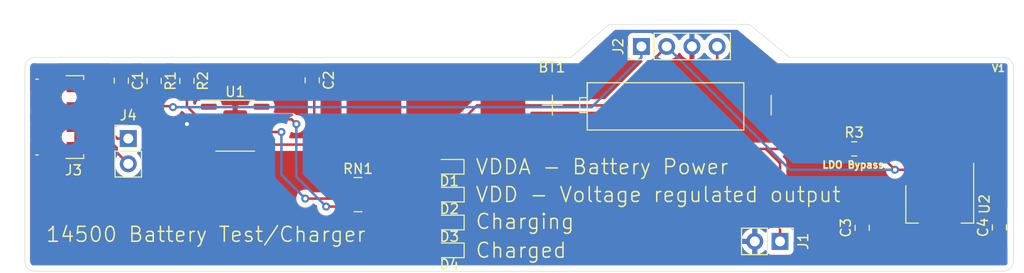
<source format=kicad_pcb>
(kicad_pcb (version 20171130) (host pcbnew 5.1.2)

  (general
    (thickness 1.6)
    (drawings 19)
    (tracks 103)
    (zones 0)
    (modules 20)
    (nets 16)
  )

  (page A4)
  (layers
    (0 F.Cu signal)
    (31 B.Cu signal)
    (32 B.Adhes user)
    (33 F.Adhes user)
    (34 B.Paste user)
    (35 F.Paste user)
    (36 B.SilkS user)
    (37 F.SilkS user)
    (38 B.Mask user)
    (39 F.Mask user)
    (40 Dwgs.User user)
    (41 Cmts.User user)
    (42 Eco1.User user)
    (43 Eco2.User user)
    (44 Edge.Cuts user)
    (45 Margin user)
    (46 B.CrtYd user)
    (47 F.CrtYd user)
    (48 B.Fab user)
    (49 F.Fab user)
  )

  (setup
    (last_trace_width 0.25)
    (trace_clearance 0.2)
    (zone_clearance 0.508)
    (zone_45_only no)
    (trace_min 0.2)
    (via_size 0.8)
    (via_drill 0.4)
    (via_min_size 0.4)
    (via_min_drill 0.3)
    (uvia_size 0.3)
    (uvia_drill 0.1)
    (uvias_allowed no)
    (uvia_min_size 0.2)
    (uvia_min_drill 0.1)
    (edge_width 0.05)
    (segment_width 0.2)
    (pcb_text_width 0.3)
    (pcb_text_size 1.5 1.5)
    (mod_edge_width 0.12)
    (mod_text_size 1 1)
    (mod_text_width 0.15)
    (pad_size 1.524 1.524)
    (pad_drill 0.762)
    (pad_to_mask_clearance 0.051)
    (solder_mask_min_width 0.25)
    (aux_axis_origin 0 0)
    (visible_elements FFFFFF7F)
    (pcbplotparams
      (layerselection 0x010fc_ffffffff)
      (usegerberextensions false)
      (usegerberattributes false)
      (usegerberadvancedattributes false)
      (creategerberjobfile false)
      (excludeedgelayer true)
      (linewidth 0.100000)
      (plotframeref false)
      (viasonmask false)
      (mode 1)
      (useauxorigin false)
      (hpglpennumber 1)
      (hpglpenspeed 20)
      (hpglpendiameter 15.000000)
      (psnegative false)
      (psa4output false)
      (plotreference true)
      (plotvalue true)
      (plotinvisibletext false)
      (padsonsilk false)
      (subtractmaskfromsilk false)
      (outputformat 1)
      (mirror false)
      (drillshape 0)
      (scaleselection 1)
      (outputdirectory "Gerber"))
  )

  (net 0 "")
  (net 1 VDDA)
  (net 2 VSS)
  (net 3 "Net-(C1-Pad1)")
  (net 4 VBUS)
  (net 5 VDD)
  (net 6 "Net-(D1-Pad2)")
  (net 7 "Net-(D2-Pad2)")
  (net 8 "Net-(D3-Pad2)")
  (net 9 "Net-(D4-Pad2)")
  (net 10 D-)
  (net 11 D+)
  (net 12 "Net-(R2-Pad1)")
  (net 13 Stat2)
  (net 14 Stat1)
  (net 15 "Net-(J3-Pad4)")

  (net_class Default "This is the default net class."
    (clearance 0.2)
    (trace_width 0.25)
    (via_dia 0.8)
    (via_drill 0.4)
    (uvia_dia 0.3)
    (uvia_drill 0.1)
    (add_net D+)
    (add_net D-)
    (add_net "Net-(C1-Pad1)")
    (add_net "Net-(D1-Pad2)")
    (add_net "Net-(D2-Pad2)")
    (add_net "Net-(D3-Pad2)")
    (add_net "Net-(D4-Pad2)")
    (add_net "Net-(J3-Pad4)")
    (add_net "Net-(R2-Pad1)")
    (add_net Stat1)
    (add_net Stat2)
    (add_net VBUS)
    (add_net VDD)
    (add_net VDDA)
    (add_net VSS)
  )

  (module NFCBuisness:W (layer F.Cu) (tedit 0) (tstamp 5CE8952A)
    (at 175.9 64)
    (fp_text reference Ref** (at 0 0) (layer F.SilkS) hide
      (effects (font (size 1.27 1.27) (thickness 0.15)))
    )
    (fp_text value Val** (at 0 0) (layer F.SilkS) hide
      (effects (font (size 1.27 1.27) (thickness 0.15)))
    )
    (fp_poly (pts (xy -1.630587 -2.420899) (xy -1.447524 -2.328559) (xy -1.311592 -2.194757) (xy -1.304211 -2.183555)
      (xy -1.265704 -2.11344) (xy -1.244213 -2.038839) (xy -1.23774 -1.938094) (xy -1.244287 -1.789546)
      (xy -1.255088 -1.651) (xy -1.268682 -1.442824) (xy -1.279873 -1.184894) (xy -1.287394 -0.912114)
      (xy -1.289962 -0.690936) (xy -1.289221 -0.458958) (xy -1.284387 -0.294975) (xy -1.273305 -0.182336)
      (xy -1.25382 -0.10439) (xy -1.223775 -0.044488) (xy -1.202268 -0.013603) (xy -1.116398 0.071274)
      (xy -1.002822 0.111004) (xy -0.929984 0.119227) (xy -0.68211 0.100096) (xy -0.454281 0.00289)
      (xy -0.240656 -0.175182) (xy -0.185776 -0.236175) (xy -0.081108 -0.349759) (xy 0.009066 -0.431822)
      (xy 0.066141 -0.465547) (xy 0.068112 -0.465666) (xy 0.123755 -0.432548) (xy 0.197182 -0.348904)
      (xy 0.229505 -0.301607) (xy 0.376869 -0.110873) (xy 0.526913 0.003226) (xy 0.674284 0.03902)
      (xy 0.813631 -0.005163) (xy 0.907971 -0.089777) (xy 0.988653 -0.198585) (xy 1.058934 -0.326542)
      (xy 1.126082 -0.490779) (xy 1.197364 -0.708426) (xy 1.255985 -0.910166) (xy 1.31545 -1.12099)
      (xy 1.377683 -1.340443) (xy 1.431333 -1.528529) (xy 1.442246 -1.566558) (xy 1.521416 -1.84195)
      (xy 1.949565 -2.005418) (xy 2.167567 -2.084028) (xy 2.315998 -2.126297) (xy 2.401001 -2.133773)
      (xy 2.422145 -2.124455) (xy 2.452677 -2.065526) (xy 2.41974 -2.005855) (xy 2.317286 -1.940366)
      (xy 2.13927 -1.863979) (xy 2.089887 -1.8454) (xy 1.930263 -1.78316) (xy 1.799296 -1.726134)
      (xy 1.71927 -1.684217) (xy 1.708527 -1.676067) (xy 1.680315 -1.619963) (xy 1.636526 -1.498254)
      (xy 1.582553 -1.327363) (xy 1.52379 -1.123712) (xy 1.507251 -1.063196) (xy 1.396737 -0.68139)
      (xy 1.290651 -0.376432) (xy 1.184846 -0.140938) (xy 1.075173 0.032475) (xy 0.957485 0.15119)
      (xy 0.827635 0.222591) (xy 0.776069 0.238398) (xy 0.602379 0.241191) (xy 0.418574 0.174646)
      (xy 0.246259 0.047924) (xy 0.192569 -0.009056) (xy 0.041511 -0.185533) (xy -0.128458 -0.008645)
      (xy -0.312966 0.157866) (xy -0.496288 0.260737) (xy -0.709082 0.314778) (xy -0.823587 0.327186)
      (xy -0.981029 0.333485) (xy -1.090094 0.317957) (xy -1.185756 0.27362) (xy -1.227666 0.246552)
      (xy -1.355913 0.118677) (xy -1.447302 -0.068507) (xy -1.502345 -0.318683) (xy -1.521551 -0.635539)
      (xy -1.505431 -1.022758) (xy -1.460818 -1.436924) (xy -1.432055 -1.688127) (xy -1.424811 -1.871541)
      (xy -1.442863 -2.002167) (xy -1.489991 -2.095003) (xy -1.569973 -2.165049) (xy -1.656298 -2.212878)
      (xy -1.801342 -2.257899) (xy -1.939703 -2.239415) (xy -2.087459 -2.15265) (xy -2.203421 -2.05035)
      (xy -2.298884 -1.96489) (xy -2.361491 -1.934189) (xy -2.413708 -1.94891) (xy -2.426473 -1.957639)
      (xy -2.473927 -2.002339) (xy -2.467648 -2.051331) (xy -2.429475 -2.110518) (xy -2.32004 -2.223928)
      (xy -2.167499 -2.330713) (xy -2.002595 -2.413218) (xy -1.856072 -2.453788) (xy -1.829026 -2.455333)
      (xy -1.630587 -2.420899)) (layer F.Cu) (width 0.01))
  )

  (module Tests:Dongguan14500 (layer F.Cu) (tedit 5CE82FC4) (tstamp 5CE87AC9)
    (at 175.5 62.8)
    (path /5AD687D0)
    (fp_text reference BT1 (at -10.8 -3.8) (layer F.SilkS)
      (effects (font (size 1 1) (thickness 0.15)))
    )
    (fp_text value Battery_Cell (at -0.375 -5.5) (layer F.Fab)
      (effects (font (size 1 1) (thickness 0.15)))
    )
    (fp_line (start -7.25 -2.25) (end 8.5 -2.25) (layer F.SilkS) (width 0.12))
    (fp_line (start 8.5 -2.25) (end 8.5 2.5) (layer F.SilkS) (width 0.12))
    (fp_line (start 8.5 2.5) (end -7.25 2.5) (layer F.SilkS) (width 0.12))
    (fp_line (start -7.25 2.5) (end -7.25 -2.25) (layer F.SilkS) (width 0.12))
    (fp_line (start -7.25 -2.25) (end -7.25 -0.75) (layer F.SilkS) (width 0.12))
    (fp_line (start -7.25 -0.75) (end -8 -0.75) (layer F.SilkS) (width 0.12))
    (fp_line (start -8 -0.75) (end -8 0.75) (layer F.SilkS) (width 0.12))
    (fp_line (start -8 0.75) (end -7.25 0.75) (layer F.SilkS) (width 0.12))
    (fp_line (start -10.75 -1) (end -10.75 1) (layer F.SilkS) (width 0.12))
    (fp_line (start -11.75 0) (end -9.75 0) (layer F.SilkS) (width 0.12))
    (fp_line (start 11.25 -1) (end 11.25 1) (layer F.SilkS) (width 0.12))
    (pad 1 smd rect (at -28.7 0) (size 5.5 3.5) (layers F.Cu F.Paste F.Mask)
      (net 1 VDDA))
    (pad 2 smd rect (at 28.7 0) (size 5.5 3.5) (layers F.Cu F.Paste F.Mask)
      (net 2 VSS))
    (pad 1 smd rect (at -15.725 0.025) (size 4.5 5.5) (layers F.Cu F.Paste F.Mask)
      (net 1 VDDA))
    (pad 2 smd rect (at 15.775 0.025) (size 4.5 5.5) (layers F.Cu F.Paste F.Mask)
      (net 2 VSS))
  )

  (module Capacitor_SMD:C_0805_2012Metric (layer F.Cu) (tedit 5B36C52B) (tstamp 5CE87ADA)
    (at 121.4 60.3375 270)
    (descr "Capacitor SMD 0805 (2012 Metric), square (rectangular) end terminal, IPC_7351 nominal, (Body size source: https://docs.google.com/spreadsheets/d/1BsfQQcO9C6DZCsRaXUlFlo91Tg2WpOkGARC1WS5S8t0/edit?usp=sharing), generated with kicad-footprint-generator")
    (tags capacitor)
    (path /5C344660)
    (attr smd)
    (fp_text reference C1 (at 0 -1.65 90) (layer F.SilkS)
      (effects (font (size 1 1) (thickness 0.15)))
    )
    (fp_text value 10uF (at 0 1.65 90) (layer F.Fab)
      (effects (font (size 1 1) (thickness 0.15)))
    )
    (fp_line (start -1 0.6) (end -1 -0.6) (layer F.Fab) (width 0.1))
    (fp_line (start -1 -0.6) (end 1 -0.6) (layer F.Fab) (width 0.1))
    (fp_line (start 1 -0.6) (end 1 0.6) (layer F.Fab) (width 0.1))
    (fp_line (start 1 0.6) (end -1 0.6) (layer F.Fab) (width 0.1))
    (fp_line (start -0.258578 -0.71) (end 0.258578 -0.71) (layer F.SilkS) (width 0.12))
    (fp_line (start -0.258578 0.71) (end 0.258578 0.71) (layer F.SilkS) (width 0.12))
    (fp_line (start -1.68 0.95) (end -1.68 -0.95) (layer F.CrtYd) (width 0.05))
    (fp_line (start -1.68 -0.95) (end 1.68 -0.95) (layer F.CrtYd) (width 0.05))
    (fp_line (start 1.68 -0.95) (end 1.68 0.95) (layer F.CrtYd) (width 0.05))
    (fp_line (start 1.68 0.95) (end -1.68 0.95) (layer F.CrtYd) (width 0.05))
    (fp_text user %R (at 0 0 90) (layer F.Fab)
      (effects (font (size 0.5 0.5) (thickness 0.08)))
    )
    (pad 1 smd roundrect (at -0.9375 0 270) (size 0.975 1.4) (layers F.Cu F.Paste F.Mask) (roundrect_rratio 0.25)
      (net 3 "Net-(C1-Pad1)"))
    (pad 2 smd roundrect (at 0.9375 0 270) (size 0.975 1.4) (layers F.Cu F.Paste F.Mask) (roundrect_rratio 0.25)
      (net 4 VBUS))
    (model ${KISYS3DMOD}/Capacitor_SMD.3dshapes/C_0805_2012Metric.wrl
      (at (xyz 0 0 0))
      (scale (xyz 1 1 1))
      (rotate (xyz 0 0 0))
    )
  )

  (module Capacitor_SMD:C_0805_2012Metric (layer F.Cu) (tedit 5B36C52B) (tstamp 5CE87AEB)
    (at 140.6 60.3 270)
    (descr "Capacitor SMD 0805 (2012 Metric), square (rectangular) end terminal, IPC_7351 nominal, (Body size source: https://docs.google.com/spreadsheets/d/1BsfQQcO9C6DZCsRaXUlFlo91Tg2WpOkGARC1WS5S8t0/edit?usp=sharing), generated with kicad-footprint-generator")
    (tags capacitor)
    (path /5C33B6A8)
    (attr smd)
    (fp_text reference C2 (at 0 -1.65 90) (layer F.SilkS)
      (effects (font (size 1 1) (thickness 0.15)))
    )
    (fp_text value 10uF (at 0 1.65 90) (layer F.Fab)
      (effects (font (size 1 1) (thickness 0.15)))
    )
    (fp_text user %R (at 0 0 90) (layer F.Fab)
      (effects (font (size 0.5 0.5) (thickness 0.08)))
    )
    (fp_line (start 1.68 0.95) (end -1.68 0.95) (layer F.CrtYd) (width 0.05))
    (fp_line (start 1.68 -0.95) (end 1.68 0.95) (layer F.CrtYd) (width 0.05))
    (fp_line (start -1.68 -0.95) (end 1.68 -0.95) (layer F.CrtYd) (width 0.05))
    (fp_line (start -1.68 0.95) (end -1.68 -0.95) (layer F.CrtYd) (width 0.05))
    (fp_line (start -0.258578 0.71) (end 0.258578 0.71) (layer F.SilkS) (width 0.12))
    (fp_line (start -0.258578 -0.71) (end 0.258578 -0.71) (layer F.SilkS) (width 0.12))
    (fp_line (start 1 0.6) (end -1 0.6) (layer F.Fab) (width 0.1))
    (fp_line (start 1 -0.6) (end 1 0.6) (layer F.Fab) (width 0.1))
    (fp_line (start -1 -0.6) (end 1 -0.6) (layer F.Fab) (width 0.1))
    (fp_line (start -1 0.6) (end -1 -0.6) (layer F.Fab) (width 0.1))
    (pad 2 smd roundrect (at 0.9375 0 270) (size 0.975 1.4) (layers F.Cu F.Paste F.Mask) (roundrect_rratio 0.25)
      (net 1 VDDA))
    (pad 1 smd roundrect (at -0.9375 0 270) (size 0.975 1.4) (layers F.Cu F.Paste F.Mask) (roundrect_rratio 0.25)
      (net 2 VSS))
    (model ${KISYS3DMOD}/Capacitor_SMD.3dshapes/C_0805_2012Metric.wrl
      (at (xyz 0 0 0))
      (scale (xyz 1 1 1))
      (rotate (xyz 0 0 0))
    )
  )

  (module Capacitor_SMD:C_0805_2012Metric (layer F.Cu) (tedit 5B36C52B) (tstamp 5CE87AFC)
    (at 195.9 75.1375 90)
    (descr "Capacitor SMD 0805 (2012 Metric), square (rectangular) end terminal, IPC_7351 nominal, (Body size source: https://docs.google.com/spreadsheets/d/1BsfQQcO9C6DZCsRaXUlFlo91Tg2WpOkGARC1WS5S8t0/edit?usp=sharing), generated with kicad-footprint-generator")
    (tags capacitor)
    (path /5C332E52)
    (attr smd)
    (fp_text reference C3 (at 0 -1.65 90) (layer F.SilkS)
      (effects (font (size 1 1) (thickness 0.15)))
    )
    (fp_text value 1uF (at 0 1.65 90) (layer F.Fab)
      (effects (font (size 1 1) (thickness 0.15)))
    )
    (fp_text user %R (at 0 0 90) (layer F.Fab)
      (effects (font (size 0.5 0.5) (thickness 0.08)))
    )
    (fp_line (start 1.68 0.95) (end -1.68 0.95) (layer F.CrtYd) (width 0.05))
    (fp_line (start 1.68 -0.95) (end 1.68 0.95) (layer F.CrtYd) (width 0.05))
    (fp_line (start -1.68 -0.95) (end 1.68 -0.95) (layer F.CrtYd) (width 0.05))
    (fp_line (start -1.68 0.95) (end -1.68 -0.95) (layer F.CrtYd) (width 0.05))
    (fp_line (start -0.258578 0.71) (end 0.258578 0.71) (layer F.SilkS) (width 0.12))
    (fp_line (start -0.258578 -0.71) (end 0.258578 -0.71) (layer F.SilkS) (width 0.12))
    (fp_line (start 1 0.6) (end -1 0.6) (layer F.Fab) (width 0.1))
    (fp_line (start 1 -0.6) (end 1 0.6) (layer F.Fab) (width 0.1))
    (fp_line (start -1 -0.6) (end 1 -0.6) (layer F.Fab) (width 0.1))
    (fp_line (start -1 0.6) (end -1 -0.6) (layer F.Fab) (width 0.1))
    (pad 2 smd roundrect (at 0.9375 0 90) (size 0.975 1.4) (layers F.Cu F.Paste F.Mask) (roundrect_rratio 0.25)
      (net 2 VSS))
    (pad 1 smd roundrect (at -0.9375 0 90) (size 0.975 1.4) (layers F.Cu F.Paste F.Mask) (roundrect_rratio 0.25)
      (net 1 VDDA))
    (model ${KISYS3DMOD}/Capacitor_SMD.3dshapes/C_0805_2012Metric.wrl
      (at (xyz 0 0 0))
      (scale (xyz 1 1 1))
      (rotate (xyz 0 0 0))
    )
  )

  (module Capacitor_SMD:C_0805_2012Metric (layer F.Cu) (tedit 5B36C52B) (tstamp 5CE87B0D)
    (at 209.7 75.1 90)
    (descr "Capacitor SMD 0805 (2012 Metric), square (rectangular) end terminal, IPC_7351 nominal, (Body size source: https://docs.google.com/spreadsheets/d/1BsfQQcO9C6DZCsRaXUlFlo91Tg2WpOkGARC1WS5S8t0/edit?usp=sharing), generated with kicad-footprint-generator")
    (tags capacitor)
    (path /5C332F0A)
    (attr smd)
    (fp_text reference C4 (at 0 -1.65 90) (layer F.SilkS)
      (effects (font (size 1 1) (thickness 0.15)))
    )
    (fp_text value 1uF (at 0 1.65 90) (layer F.Fab)
      (effects (font (size 1 1) (thickness 0.15)))
    )
    (fp_line (start -1 0.6) (end -1 -0.6) (layer F.Fab) (width 0.1))
    (fp_line (start -1 -0.6) (end 1 -0.6) (layer F.Fab) (width 0.1))
    (fp_line (start 1 -0.6) (end 1 0.6) (layer F.Fab) (width 0.1))
    (fp_line (start 1 0.6) (end -1 0.6) (layer F.Fab) (width 0.1))
    (fp_line (start -0.258578 -0.71) (end 0.258578 -0.71) (layer F.SilkS) (width 0.12))
    (fp_line (start -0.258578 0.71) (end 0.258578 0.71) (layer F.SilkS) (width 0.12))
    (fp_line (start -1.68 0.95) (end -1.68 -0.95) (layer F.CrtYd) (width 0.05))
    (fp_line (start -1.68 -0.95) (end 1.68 -0.95) (layer F.CrtYd) (width 0.05))
    (fp_line (start 1.68 -0.95) (end 1.68 0.95) (layer F.CrtYd) (width 0.05))
    (fp_line (start 1.68 0.95) (end -1.68 0.95) (layer F.CrtYd) (width 0.05))
    (fp_text user %R (at 0 0 90) (layer F.Fab)
      (effects (font (size 0.5 0.5) (thickness 0.08)))
    )
    (pad 1 smd roundrect (at -0.9375 0 90) (size 0.975 1.4) (layers F.Cu F.Paste F.Mask) (roundrect_rratio 0.25)
      (net 5 VDD))
    (pad 2 smd roundrect (at 0.9375 0 90) (size 0.975 1.4) (layers F.Cu F.Paste F.Mask) (roundrect_rratio 0.25)
      (net 2 VSS))
    (model ${KISYS3DMOD}/Capacitor_SMD.3dshapes/C_0805_2012Metric.wrl
      (at (xyz 0 0 0))
      (scale (xyz 1 1 1))
      (rotate (xyz 0 0 0))
    )
  )

  (module LED_SMD:LED_0603_1608Metric (layer F.Cu) (tedit 5B301BBE) (tstamp 5CE87B20)
    (at 154.375 69 180)
    (descr "LED SMD 0603 (1608 Metric), square (rectangular) end terminal, IPC_7351 nominal, (Body size source: http://www.tortai-tech.com/upload/download/2011102023233369053.pdf), generated with kicad-footprint-generator")
    (tags diode)
    (path /5DFC0C0C)
    (attr smd)
    (fp_text reference D1 (at 0 -1.43) (layer F.SilkS)
      (effects (font (size 1 1) (thickness 0.15)))
    )
    (fp_text value LED_Small (at 0 1.43) (layer F.Fab)
      (effects (font (size 1 1) (thickness 0.15)))
    )
    (fp_text user %R (at 0 0) (layer F.Fab)
      (effects (font (size 0.4 0.4) (thickness 0.06)))
    )
    (fp_line (start 1.48 0.73) (end -1.48 0.73) (layer F.CrtYd) (width 0.05))
    (fp_line (start 1.48 -0.73) (end 1.48 0.73) (layer F.CrtYd) (width 0.05))
    (fp_line (start -1.48 -0.73) (end 1.48 -0.73) (layer F.CrtYd) (width 0.05))
    (fp_line (start -1.48 0.73) (end -1.48 -0.73) (layer F.CrtYd) (width 0.05))
    (fp_line (start -1.485 0.735) (end 0.8 0.735) (layer F.SilkS) (width 0.12))
    (fp_line (start -1.485 -0.735) (end -1.485 0.735) (layer F.SilkS) (width 0.12))
    (fp_line (start 0.8 -0.735) (end -1.485 -0.735) (layer F.SilkS) (width 0.12))
    (fp_line (start 0.8 0.4) (end 0.8 -0.4) (layer F.Fab) (width 0.1))
    (fp_line (start -0.8 0.4) (end 0.8 0.4) (layer F.Fab) (width 0.1))
    (fp_line (start -0.8 -0.1) (end -0.8 0.4) (layer F.Fab) (width 0.1))
    (fp_line (start -0.5 -0.4) (end -0.8 -0.1) (layer F.Fab) (width 0.1))
    (fp_line (start 0.8 -0.4) (end -0.5 -0.4) (layer F.Fab) (width 0.1))
    (pad 2 smd roundrect (at 0.7875 0 180) (size 0.875 0.95) (layers F.Cu F.Paste F.Mask) (roundrect_rratio 0.25)
      (net 6 "Net-(D1-Pad2)"))
    (pad 1 smd roundrect (at -0.7875 0 180) (size 0.875 0.95) (layers F.Cu F.Paste F.Mask) (roundrect_rratio 0.25)
      (net 2 VSS))
    (model ${KISYS3DMOD}/LED_SMD.3dshapes/LED_0603_1608Metric.wrl
      (at (xyz 0 0 0))
      (scale (xyz 1 1 1))
      (rotate (xyz 0 0 0))
    )
  )

  (module LED_SMD:LED_0603_1608Metric (layer F.Cu) (tedit 5B301BBE) (tstamp 5CE87B33)
    (at 154.3875 71.8 180)
    (descr "LED SMD 0603 (1608 Metric), square (rectangular) end terminal, IPC_7351 nominal, (Body size source: http://www.tortai-tech.com/upload/download/2011102023233369053.pdf), generated with kicad-footprint-generator")
    (tags diode)
    (path /5DFC1640)
    (attr smd)
    (fp_text reference D2 (at 0 -1.43) (layer F.SilkS)
      (effects (font (size 1 1) (thickness 0.15)))
    )
    (fp_text value LED_Small (at 0 1.43) (layer F.Fab)
      (effects (font (size 1 1) (thickness 0.15)))
    )
    (fp_line (start 0.8 -0.4) (end -0.5 -0.4) (layer F.Fab) (width 0.1))
    (fp_line (start -0.5 -0.4) (end -0.8 -0.1) (layer F.Fab) (width 0.1))
    (fp_line (start -0.8 -0.1) (end -0.8 0.4) (layer F.Fab) (width 0.1))
    (fp_line (start -0.8 0.4) (end 0.8 0.4) (layer F.Fab) (width 0.1))
    (fp_line (start 0.8 0.4) (end 0.8 -0.4) (layer F.Fab) (width 0.1))
    (fp_line (start 0.8 -0.735) (end -1.485 -0.735) (layer F.SilkS) (width 0.12))
    (fp_line (start -1.485 -0.735) (end -1.485 0.735) (layer F.SilkS) (width 0.12))
    (fp_line (start -1.485 0.735) (end 0.8 0.735) (layer F.SilkS) (width 0.12))
    (fp_line (start -1.48 0.73) (end -1.48 -0.73) (layer F.CrtYd) (width 0.05))
    (fp_line (start -1.48 -0.73) (end 1.48 -0.73) (layer F.CrtYd) (width 0.05))
    (fp_line (start 1.48 -0.73) (end 1.48 0.73) (layer F.CrtYd) (width 0.05))
    (fp_line (start 1.48 0.73) (end -1.48 0.73) (layer F.CrtYd) (width 0.05))
    (fp_text user %R (at 0 0) (layer F.Fab)
      (effects (font (size 0.4 0.4) (thickness 0.06)))
    )
    (pad 1 smd roundrect (at -0.7875 0 180) (size 0.875 0.95) (layers F.Cu F.Paste F.Mask) (roundrect_rratio 0.25)
      (net 2 VSS))
    (pad 2 smd roundrect (at 0.7875 0 180) (size 0.875 0.95) (layers F.Cu F.Paste F.Mask) (roundrect_rratio 0.25)
      (net 7 "Net-(D2-Pad2)"))
    (model ${KISYS3DMOD}/LED_SMD.3dshapes/LED_0603_1608Metric.wrl
      (at (xyz 0 0 0))
      (scale (xyz 1 1 1))
      (rotate (xyz 0 0 0))
    )
  )

  (module LED_SMD:LED_0603_1608Metric (layer F.Cu) (tedit 5B301BBE) (tstamp 5CE87B46)
    (at 154.3875 74.6 180)
    (descr "LED SMD 0603 (1608 Metric), square (rectangular) end terminal, IPC_7351 nominal, (Body size source: http://www.tortai-tech.com/upload/download/2011102023233369053.pdf), generated with kicad-footprint-generator")
    (tags diode)
    (path /5DFC1972)
    (attr smd)
    (fp_text reference D3 (at 0 -1.43) (layer F.SilkS)
      (effects (font (size 1 1) (thickness 0.15)))
    )
    (fp_text value LED_Small (at 0 1.43) (layer F.Fab)
      (effects (font (size 1 1) (thickness 0.15)))
    )
    (fp_text user %R (at 0 0) (layer F.Fab)
      (effects (font (size 0.4 0.4) (thickness 0.06)))
    )
    (fp_line (start 1.48 0.73) (end -1.48 0.73) (layer F.CrtYd) (width 0.05))
    (fp_line (start 1.48 -0.73) (end 1.48 0.73) (layer F.CrtYd) (width 0.05))
    (fp_line (start -1.48 -0.73) (end 1.48 -0.73) (layer F.CrtYd) (width 0.05))
    (fp_line (start -1.48 0.73) (end -1.48 -0.73) (layer F.CrtYd) (width 0.05))
    (fp_line (start -1.485 0.735) (end 0.8 0.735) (layer F.SilkS) (width 0.12))
    (fp_line (start -1.485 -0.735) (end -1.485 0.735) (layer F.SilkS) (width 0.12))
    (fp_line (start 0.8 -0.735) (end -1.485 -0.735) (layer F.SilkS) (width 0.12))
    (fp_line (start 0.8 0.4) (end 0.8 -0.4) (layer F.Fab) (width 0.1))
    (fp_line (start -0.8 0.4) (end 0.8 0.4) (layer F.Fab) (width 0.1))
    (fp_line (start -0.8 -0.1) (end -0.8 0.4) (layer F.Fab) (width 0.1))
    (fp_line (start -0.5 -0.4) (end -0.8 -0.1) (layer F.Fab) (width 0.1))
    (fp_line (start 0.8 -0.4) (end -0.5 -0.4) (layer F.Fab) (width 0.1))
    (pad 2 smd roundrect (at 0.7875 0 180) (size 0.875 0.95) (layers F.Cu F.Paste F.Mask) (roundrect_rratio 0.25)
      (net 8 "Net-(D3-Pad2)"))
    (pad 1 smd roundrect (at -0.7875 0 180) (size 0.875 0.95) (layers F.Cu F.Paste F.Mask) (roundrect_rratio 0.25)
      (net 2 VSS))
    (model ${KISYS3DMOD}/LED_SMD.3dshapes/LED_0603_1608Metric.wrl
      (at (xyz 0 0 0))
      (scale (xyz 1 1 1))
      (rotate (xyz 0 0 0))
    )
  )

  (module LED_SMD:LED_0603_1608Metric (layer F.Cu) (tedit 5B301BBE) (tstamp 5CE87B59)
    (at 154.3875 77.4 180)
    (descr "LED SMD 0603 (1608 Metric), square (rectangular) end terminal, IPC_7351 nominal, (Body size source: http://www.tortai-tech.com/upload/download/2011102023233369053.pdf), generated with kicad-footprint-generator")
    (tags diode)
    (path /5DFC1C30)
    (attr smd)
    (fp_text reference D4 (at 0 -1.43) (layer F.SilkS)
      (effects (font (size 1 1) (thickness 0.15)))
    )
    (fp_text value LED_Small (at 0 1.43) (layer F.Fab)
      (effects (font (size 1 1) (thickness 0.15)))
    )
    (fp_line (start 0.8 -0.4) (end -0.5 -0.4) (layer F.Fab) (width 0.1))
    (fp_line (start -0.5 -0.4) (end -0.8 -0.1) (layer F.Fab) (width 0.1))
    (fp_line (start -0.8 -0.1) (end -0.8 0.4) (layer F.Fab) (width 0.1))
    (fp_line (start -0.8 0.4) (end 0.8 0.4) (layer F.Fab) (width 0.1))
    (fp_line (start 0.8 0.4) (end 0.8 -0.4) (layer F.Fab) (width 0.1))
    (fp_line (start 0.8 -0.735) (end -1.485 -0.735) (layer F.SilkS) (width 0.12))
    (fp_line (start -1.485 -0.735) (end -1.485 0.735) (layer F.SilkS) (width 0.12))
    (fp_line (start -1.485 0.735) (end 0.8 0.735) (layer F.SilkS) (width 0.12))
    (fp_line (start -1.48 0.73) (end -1.48 -0.73) (layer F.CrtYd) (width 0.05))
    (fp_line (start -1.48 -0.73) (end 1.48 -0.73) (layer F.CrtYd) (width 0.05))
    (fp_line (start 1.48 -0.73) (end 1.48 0.73) (layer F.CrtYd) (width 0.05))
    (fp_line (start 1.48 0.73) (end -1.48 0.73) (layer F.CrtYd) (width 0.05))
    (fp_text user %R (at 0 0) (layer F.Fab)
      (effects (font (size 0.4 0.4) (thickness 0.06)))
    )
    (pad 1 smd roundrect (at -0.7875 0 180) (size 0.875 0.95) (layers F.Cu F.Paste F.Mask) (roundrect_rratio 0.25)
      (net 2 VSS))
    (pad 2 smd roundrect (at 0.7875 0 180) (size 0.875 0.95) (layers F.Cu F.Paste F.Mask) (roundrect_rratio 0.25)
      (net 9 "Net-(D4-Pad2)"))
    (model ${KISYS3DMOD}/LED_SMD.3dshapes/LED_0603_1608Metric.wrl
      (at (xyz 0 0 0))
      (scale (xyz 1 1 1))
      (rotate (xyz 0 0 0))
    )
  )

  (module Connector_PinHeader_2.54mm:PinHeader_1x02_P2.54mm_Vertical (layer F.Cu) (tedit 59FED5CC) (tstamp 5CE87B6F)
    (at 187.64 76.5 270)
    (descr "Through hole straight pin header, 1x02, 2.54mm pitch, single row")
    (tags "Through hole pin header THT 1x02 2.54mm single row")
    (path /5AF927B2)
    (fp_text reference J1 (at 0 -2.33 90) (layer F.SilkS)
      (effects (font (size 1 1) (thickness 0.15)))
    )
    (fp_text value Power (at 0 4.87 90) (layer F.Fab)
      (effects (font (size 1 1) (thickness 0.15)))
    )
    (fp_text user %R (at 0 1.27) (layer F.Fab)
      (effects (font (size 1 1) (thickness 0.15)))
    )
    (fp_line (start 1.8 -1.8) (end -1.8 -1.8) (layer F.CrtYd) (width 0.05))
    (fp_line (start 1.8 4.35) (end 1.8 -1.8) (layer F.CrtYd) (width 0.05))
    (fp_line (start -1.8 4.35) (end 1.8 4.35) (layer F.CrtYd) (width 0.05))
    (fp_line (start -1.8 -1.8) (end -1.8 4.35) (layer F.CrtYd) (width 0.05))
    (fp_line (start -1.33 -1.33) (end 0 -1.33) (layer F.SilkS) (width 0.12))
    (fp_line (start -1.33 0) (end -1.33 -1.33) (layer F.SilkS) (width 0.12))
    (fp_line (start -1.33 1.27) (end 1.33 1.27) (layer F.SilkS) (width 0.12))
    (fp_line (start 1.33 1.27) (end 1.33 3.87) (layer F.SilkS) (width 0.12))
    (fp_line (start -1.33 1.27) (end -1.33 3.87) (layer F.SilkS) (width 0.12))
    (fp_line (start -1.33 3.87) (end 1.33 3.87) (layer F.SilkS) (width 0.12))
    (fp_line (start -1.27 -0.635) (end -0.635 -1.27) (layer F.Fab) (width 0.1))
    (fp_line (start -1.27 3.81) (end -1.27 -0.635) (layer F.Fab) (width 0.1))
    (fp_line (start 1.27 3.81) (end -1.27 3.81) (layer F.Fab) (width 0.1))
    (fp_line (start 1.27 -1.27) (end 1.27 3.81) (layer F.Fab) (width 0.1))
    (fp_line (start -0.635 -1.27) (end 1.27 -1.27) (layer F.Fab) (width 0.1))
    (pad 2 thru_hole oval (at 0 2.54 270) (size 1.7 1.7) (drill 1) (layers *.Cu *.Mask)
      (net 2 VSS))
    (pad 1 thru_hole rect (at 0 0 270) (size 1.7 1.7) (drill 1) (layers *.Cu *.Mask)
      (net 5 VDD))
    (model ${KISYS3DMOD}/Connector_PinHeader_2.54mm.3dshapes/PinHeader_1x02_P2.54mm_Vertical.wrl
      (at (xyz 0 0 0))
      (scale (xyz 1 1 1))
      (rotate (xyz 0 0 0))
    )
  )

  (module Connector_PinHeader_2.54mm:PinHeader_1x04_P2.54mm_Vertical (layer F.Cu) (tedit 59FED5CC) (tstamp 5CE87B87)
    (at 173.7 56.9 90)
    (descr "Through hole straight pin header, 1x04, 2.54mm pitch, single row")
    (tags "Through hole pin header THT 1x04 2.54mm single row")
    (path /5DFA7681)
    (fp_text reference J2 (at 0 -2.33 90) (layer F.SilkS)
      (effects (font (size 1 1) (thickness 0.15)))
    )
    (fp_text value Conn_01x04 (at 0 9.95 90) (layer F.Fab)
      (effects (font (size 1 1) (thickness 0.15)))
    )
    (fp_line (start -0.635 -1.27) (end 1.27 -1.27) (layer F.Fab) (width 0.1))
    (fp_line (start 1.27 -1.27) (end 1.27 8.89) (layer F.Fab) (width 0.1))
    (fp_line (start 1.27 8.89) (end -1.27 8.89) (layer F.Fab) (width 0.1))
    (fp_line (start -1.27 8.89) (end -1.27 -0.635) (layer F.Fab) (width 0.1))
    (fp_line (start -1.27 -0.635) (end -0.635 -1.27) (layer F.Fab) (width 0.1))
    (fp_line (start -1.33 8.95) (end 1.33 8.95) (layer F.SilkS) (width 0.12))
    (fp_line (start -1.33 1.27) (end -1.33 8.95) (layer F.SilkS) (width 0.12))
    (fp_line (start 1.33 1.27) (end 1.33 8.95) (layer F.SilkS) (width 0.12))
    (fp_line (start -1.33 1.27) (end 1.33 1.27) (layer F.SilkS) (width 0.12))
    (fp_line (start -1.33 0) (end -1.33 -1.33) (layer F.SilkS) (width 0.12))
    (fp_line (start -1.33 -1.33) (end 0 -1.33) (layer F.SilkS) (width 0.12))
    (fp_line (start -1.8 -1.8) (end -1.8 9.4) (layer F.CrtYd) (width 0.05))
    (fp_line (start -1.8 9.4) (end 1.8 9.4) (layer F.CrtYd) (width 0.05))
    (fp_line (start 1.8 9.4) (end 1.8 -1.8) (layer F.CrtYd) (width 0.05))
    (fp_line (start 1.8 -1.8) (end -1.8 -1.8) (layer F.CrtYd) (width 0.05))
    (fp_text user %R (at 0 3.81) (layer F.Fab)
      (effects (font (size 1 1) (thickness 0.15)))
    )
    (pad 1 thru_hole rect (at 0 0 90) (size 1.7 1.7) (drill 1) (layers *.Cu *.Mask)
      (net 4 VBUS))
    (pad 2 thru_hole oval (at 0 2.54 90) (size 1.7 1.7) (drill 1) (layers *.Cu *.Mask)
      (net 1 VDDA))
    (pad 3 thru_hole oval (at 0 5.08 90) (size 1.7 1.7) (drill 1) (layers *.Cu *.Mask)
      (net 2 VSS))
    (pad 4 thru_hole oval (at 0 7.62 90) (size 1.7 1.7) (drill 1) (layers *.Cu *.Mask)
      (net 5 VDD))
    (model ${KISYS3DMOD}/Connector_PinHeader_2.54mm.3dshapes/PinHeader_1x04_P2.54mm_Vertical.wrl
      (at (xyz 0 0 0))
      (scale (xyz 1 1 1))
      (rotate (xyz 0 0 0))
    )
  )

  (module Connector_PinHeader_2.54mm:PinHeader_1x02_P2.54mm_Vertical (layer F.Cu) (tedit 59FED5CC) (tstamp 5CE87B9D)
    (at 122.1 66.16)
    (descr "Through hole straight pin header, 1x02, 2.54mm pitch, single row")
    (tags "Through hole pin header THT 1x02 2.54mm single row")
    (path /5DFB11C5)
    (fp_text reference J4 (at 0 -2.33) (layer F.SilkS)
      (effects (font (size 1 1) (thickness 0.15)))
    )
    (fp_text value Conn_01x02 (at 0 4.87) (layer F.Fab)
      (effects (font (size 1 1) (thickness 0.15)))
    )
    (fp_line (start -0.635 -1.27) (end 1.27 -1.27) (layer F.Fab) (width 0.1))
    (fp_line (start 1.27 -1.27) (end 1.27 3.81) (layer F.Fab) (width 0.1))
    (fp_line (start 1.27 3.81) (end -1.27 3.81) (layer F.Fab) (width 0.1))
    (fp_line (start -1.27 3.81) (end -1.27 -0.635) (layer F.Fab) (width 0.1))
    (fp_line (start -1.27 -0.635) (end -0.635 -1.27) (layer F.Fab) (width 0.1))
    (fp_line (start -1.33 3.87) (end 1.33 3.87) (layer F.SilkS) (width 0.12))
    (fp_line (start -1.33 1.27) (end -1.33 3.87) (layer F.SilkS) (width 0.12))
    (fp_line (start 1.33 1.27) (end 1.33 3.87) (layer F.SilkS) (width 0.12))
    (fp_line (start -1.33 1.27) (end 1.33 1.27) (layer F.SilkS) (width 0.12))
    (fp_line (start -1.33 0) (end -1.33 -1.33) (layer F.SilkS) (width 0.12))
    (fp_line (start -1.33 -1.33) (end 0 -1.33) (layer F.SilkS) (width 0.12))
    (fp_line (start -1.8 -1.8) (end -1.8 4.35) (layer F.CrtYd) (width 0.05))
    (fp_line (start -1.8 4.35) (end 1.8 4.35) (layer F.CrtYd) (width 0.05))
    (fp_line (start 1.8 4.35) (end 1.8 -1.8) (layer F.CrtYd) (width 0.05))
    (fp_line (start 1.8 -1.8) (end -1.8 -1.8) (layer F.CrtYd) (width 0.05))
    (fp_text user %R (at 0 1.27 90) (layer F.Fab)
      (effects (font (size 1 1) (thickness 0.15)))
    )
    (pad 1 thru_hole rect (at 0 0) (size 1.7 1.7) (drill 1) (layers *.Cu *.Mask)
      (net 10 D-))
    (pad 2 thru_hole oval (at 0 2.54) (size 1.7 1.7) (drill 1) (layers *.Cu *.Mask)
      (net 11 D+))
    (model ${KISYS3DMOD}/Connector_PinHeader_2.54mm.3dshapes/PinHeader_1x02_P2.54mm_Vertical.wrl
      (at (xyz 0 0 0))
      (scale (xyz 1 1 1))
      (rotate (xyz 0 0 0))
    )
  )

  (module Resistor_SMD:R_0805_2012Metric (layer F.Cu) (tedit 5B36C52B) (tstamp 5CE87BAE)
    (at 124.7 60.3625 270)
    (descr "Resistor SMD 0805 (2012 Metric), square (rectangular) end terminal, IPC_7351 nominal, (Body size source: https://docs.google.com/spreadsheets/d/1BsfQQcO9C6DZCsRaXUlFlo91Tg2WpOkGARC1WS5S8t0/edit?usp=sharing), generated with kicad-footprint-generator")
    (tags resistor)
    (path /5C9B4547)
    (attr smd)
    (fp_text reference R1 (at 0 -1.65 90) (layer F.SilkS)
      (effects (font (size 1 1) (thickness 0.15)))
    )
    (fp_text value 1.5 (at 0 1.65 90) (layer F.Fab)
      (effects (font (size 1 1) (thickness 0.15)))
    )
    (fp_line (start -1 0.6) (end -1 -0.6) (layer F.Fab) (width 0.1))
    (fp_line (start -1 -0.6) (end 1 -0.6) (layer F.Fab) (width 0.1))
    (fp_line (start 1 -0.6) (end 1 0.6) (layer F.Fab) (width 0.1))
    (fp_line (start 1 0.6) (end -1 0.6) (layer F.Fab) (width 0.1))
    (fp_line (start -0.258578 -0.71) (end 0.258578 -0.71) (layer F.SilkS) (width 0.12))
    (fp_line (start -0.258578 0.71) (end 0.258578 0.71) (layer F.SilkS) (width 0.12))
    (fp_line (start -1.68 0.95) (end -1.68 -0.95) (layer F.CrtYd) (width 0.05))
    (fp_line (start -1.68 -0.95) (end 1.68 -0.95) (layer F.CrtYd) (width 0.05))
    (fp_line (start 1.68 -0.95) (end 1.68 0.95) (layer F.CrtYd) (width 0.05))
    (fp_line (start 1.68 0.95) (end -1.68 0.95) (layer F.CrtYd) (width 0.05))
    (fp_text user %R (at 0 0 90) (layer F.Fab)
      (effects (font (size 0.5 0.5) (thickness 0.08)))
    )
    (pad 1 smd roundrect (at -0.9375 0 270) (size 0.975 1.4) (layers F.Cu F.Paste F.Mask) (roundrect_rratio 0.25)
      (net 2 VSS))
    (pad 2 smd roundrect (at 0.9375 0 270) (size 0.975 1.4) (layers F.Cu F.Paste F.Mask) (roundrect_rratio 0.25)
      (net 3 "Net-(C1-Pad1)"))
    (model ${KISYS3DMOD}/Resistor_SMD.3dshapes/R_0805_2012Metric.wrl
      (at (xyz 0 0 0))
      (scale (xyz 1 1 1))
      (rotate (xyz 0 0 0))
    )
  )

  (module Resistor_SMD:R_0805_2012Metric (layer F.Cu) (tedit 5B36C52B) (tstamp 5CE87BBF)
    (at 128 60.3625 90)
    (descr "Resistor SMD 0805 (2012 Metric), square (rectangular) end terminal, IPC_7351 nominal, (Body size source: https://docs.google.com/spreadsheets/d/1BsfQQcO9C6DZCsRaXUlFlo91Tg2WpOkGARC1WS5S8t0/edit?usp=sharing), generated with kicad-footprint-generator")
    (tags resistor)
    (path /5C37B5B5)
    (attr smd)
    (fp_text reference R2 (at 0 1.6 90) (layer F.SilkS)
      (effects (font (size 1 1) (thickness 0.15)))
    )
    (fp_text value 1k (at 0 1.65 90) (layer F.Fab)
      (effects (font (size 1 1) (thickness 0.15)))
    )
    (fp_text user %R (at 0 0 90) (layer F.Fab)
      (effects (font (size 0.5 0.5) (thickness 0.08)))
    )
    (fp_line (start 1.68 0.95) (end -1.68 0.95) (layer F.CrtYd) (width 0.05))
    (fp_line (start 1.68 -0.95) (end 1.68 0.95) (layer F.CrtYd) (width 0.05))
    (fp_line (start -1.68 -0.95) (end 1.68 -0.95) (layer F.CrtYd) (width 0.05))
    (fp_line (start -1.68 0.95) (end -1.68 -0.95) (layer F.CrtYd) (width 0.05))
    (fp_line (start -0.258578 0.71) (end 0.258578 0.71) (layer F.SilkS) (width 0.12))
    (fp_line (start -0.258578 -0.71) (end 0.258578 -0.71) (layer F.SilkS) (width 0.12))
    (fp_line (start 1 0.6) (end -1 0.6) (layer F.Fab) (width 0.1))
    (fp_line (start 1 -0.6) (end 1 0.6) (layer F.Fab) (width 0.1))
    (fp_line (start -1 -0.6) (end 1 -0.6) (layer F.Fab) (width 0.1))
    (fp_line (start -1 0.6) (end -1 -0.6) (layer F.Fab) (width 0.1))
    (pad 2 smd roundrect (at 0.9375 0 90) (size 0.975 1.4) (layers F.Cu F.Paste F.Mask) (roundrect_rratio 0.25)
      (net 2 VSS))
    (pad 1 smd roundrect (at -0.9375 0 90) (size 0.975 1.4) (layers F.Cu F.Paste F.Mask) (roundrect_rratio 0.25)
      (net 12 "Net-(R2-Pad1)"))
    (model ${KISYS3DMOD}/Resistor_SMD.3dshapes/R_0805_2012Metric.wrl
      (at (xyz 0 0 0))
      (scale (xyz 1 1 1))
      (rotate (xyz 0 0 0))
    )
  )

  (module Resistor_SMD:R_0805_2012Metric (layer F.Cu) (tedit 5B36C52B) (tstamp 5CE88957)
    (at 195.1 67.2)
    (descr "Resistor SMD 0805 (2012 Metric), square (rectangular) end terminal, IPC_7351 nominal, (Body size source: https://docs.google.com/spreadsheets/d/1BsfQQcO9C6DZCsRaXUlFlo91Tg2WpOkGARC1WS5S8t0/edit?usp=sharing), generated with kicad-footprint-generator")
    (tags resistor)
    (path /5C3808AE)
    (attr smd)
    (fp_text reference R3 (at 0 -1.65) (layer F.SilkS)
      (effects (font (size 1 1) (thickness 0.15)))
    )
    (fp_text value 0ohm (at 0 1.65) (layer F.Fab)
      (effects (font (size 1 1) (thickness 0.15)))
    )
    (fp_line (start -1 0.6) (end -1 -0.6) (layer F.Fab) (width 0.1))
    (fp_line (start -1 -0.6) (end 1 -0.6) (layer F.Fab) (width 0.1))
    (fp_line (start 1 -0.6) (end 1 0.6) (layer F.Fab) (width 0.1))
    (fp_line (start 1 0.6) (end -1 0.6) (layer F.Fab) (width 0.1))
    (fp_line (start -0.258578 -0.71) (end 0.258578 -0.71) (layer F.SilkS) (width 0.12))
    (fp_line (start -0.258578 0.71) (end 0.258578 0.71) (layer F.SilkS) (width 0.12))
    (fp_line (start -1.68 0.95) (end -1.68 -0.95) (layer F.CrtYd) (width 0.05))
    (fp_line (start -1.68 -0.95) (end 1.68 -0.95) (layer F.CrtYd) (width 0.05))
    (fp_line (start 1.68 -0.95) (end 1.68 0.95) (layer F.CrtYd) (width 0.05))
    (fp_line (start 1.68 0.95) (end -1.68 0.95) (layer F.CrtYd) (width 0.05))
    (fp_text user %R (at 0 0) (layer F.Fab)
      (effects (font (size 0.5 0.5) (thickness 0.08)))
    )
    (pad 1 smd roundrect (at -0.9375 0) (size 0.975 1.4) (layers F.Cu F.Paste F.Mask) (roundrect_rratio 0.25)
      (net 5 VDD))
    (pad 2 smd roundrect (at 0.9375 0) (size 0.975 1.4) (layers F.Cu F.Paste F.Mask) (roundrect_rratio 0.25)
      (net 1 VDDA))
    (model ${KISYS3DMOD}/Resistor_SMD.3dshapes/R_0805_2012Metric.wrl
      (at (xyz 0 0 0))
      (scale (xyz 1 1 1))
      (rotate (xyz 0 0 0))
    )
  )

  (module Resistor_SMD:R_Array_Concave_4x0603 (layer F.Cu) (tedit 58E0A85E) (tstamp 5CE87BE7)
    (at 145.2 71.8)
    (descr "Thick Film Chip Resistor Array, Wave soldering, Vishay CRA06P (see cra06p.pdf)")
    (tags "resistor array")
    (path /5DFB84EC)
    (attr smd)
    (fp_text reference RN1 (at 0 -2.6) (layer F.SilkS)
      (effects (font (size 1 1) (thickness 0.15)))
    )
    (fp_text value R_Pack04 (at 0 2.6) (layer F.Fab)
      (effects (font (size 1 1) (thickness 0.15)))
    )
    (fp_text user %R (at 0 0 90) (layer F.Fab)
      (effects (font (size 0.5 0.5) (thickness 0.075)))
    )
    (fp_line (start -0.8 -1.6) (end 0.8 -1.6) (layer F.Fab) (width 0.1))
    (fp_line (start 0.8 -1.6) (end 0.8 1.6) (layer F.Fab) (width 0.1))
    (fp_line (start 0.8 1.6) (end -0.8 1.6) (layer F.Fab) (width 0.1))
    (fp_line (start -0.8 1.6) (end -0.8 -1.6) (layer F.Fab) (width 0.1))
    (fp_line (start 0.4 1.72) (end -0.4 1.72) (layer F.SilkS) (width 0.12))
    (fp_line (start 0.4 -1.72) (end -0.4 -1.72) (layer F.SilkS) (width 0.12))
    (fp_line (start -1.55 -1.88) (end 1.55 -1.88) (layer F.CrtYd) (width 0.05))
    (fp_line (start -1.55 -1.88) (end -1.55 1.87) (layer F.CrtYd) (width 0.05))
    (fp_line (start 1.55 1.87) (end 1.55 -1.88) (layer F.CrtYd) (width 0.05))
    (fp_line (start 1.55 1.87) (end -1.55 1.87) (layer F.CrtYd) (width 0.05))
    (pad 2 smd rect (at -0.85 -0.4) (size 0.9 0.4) (layers F.Cu F.Paste F.Mask)
      (net 5 VDD))
    (pad 3 smd rect (at -0.85 0.4) (size 0.9 0.4) (layers F.Cu F.Paste F.Mask)
      (net 13 Stat2))
    (pad 1 smd rect (at -0.85 -1.2) (size 0.9 0.4) (layers F.Cu F.Paste F.Mask)
      (net 1 VDDA))
    (pad 4 smd rect (at -0.85 1.2) (size 0.9 0.4) (layers F.Cu F.Paste F.Mask)
      (net 14 Stat1))
    (pad 8 smd rect (at 0.85 -1.2) (size 0.9 0.4) (layers F.Cu F.Paste F.Mask)
      (net 6 "Net-(D1-Pad2)"))
    (pad 7 smd rect (at 0.85 -0.4) (size 0.9 0.4) (layers F.Cu F.Paste F.Mask)
      (net 7 "Net-(D2-Pad2)"))
    (pad 6 smd rect (at 0.85 0.4) (size 0.9 0.4) (layers F.Cu F.Paste F.Mask)
      (net 8 "Net-(D3-Pad2)"))
    (pad 5 smd rect (at 0.85 1.2) (size 0.9 0.4) (layers F.Cu F.Paste F.Mask)
      (net 9 "Net-(D4-Pad2)"))
    (model ${KISYS3DMOD}/Resistor_SMD.3dshapes/R_Array_Concave_4x0603.wrl
      (at (xyz 0 0 0))
      (scale (xyz 1 1 1))
      (rotate (xyz 0 0 0))
    )
  )

  (module Package_SO:HSOP-8-1EP_3.9x4.9mm_P1.27mm_EP2.41x3.1mm (layer F.Cu) (tedit 5B79F799) (tstamp 5CE881C4)
    (at 132.85 64.865)
    (descr "HSOP, 8 Pin (https://www.st.com/resource/en/datasheet/l5973d.pdf), generated with kicad-footprint-generator ipc_gullwing_generator.py")
    (tags "HSOP SO")
    (path /5C6DE973)
    (attr smd)
    (fp_text reference U1 (at 0 -3.4) (layer F.SilkS)
      (effects (font (size 1 1) (thickness 0.15)))
    )
    (fp_text value HX4056 (at 0 3.4) (layer F.Fab)
      (effects (font (size 1 1) (thickness 0.15)))
    )
    (fp_line (start -3.45 -2.56) (end 1.95 -2.56) (layer F.SilkS) (width 0.12))
    (fp_line (start -1.95 2.56) (end 1.95 2.56) (layer F.SilkS) (width 0.12))
    (fp_line (start -0.975 -2.45) (end 1.95 -2.45) (layer F.Fab) (width 0.1))
    (fp_line (start 1.95 -2.45) (end 1.95 2.45) (layer F.Fab) (width 0.1))
    (fp_line (start 1.95 2.45) (end -1.95 2.45) (layer F.Fab) (width 0.1))
    (fp_line (start -1.95 2.45) (end -1.95 -1.475) (layer F.Fab) (width 0.1))
    (fp_line (start -1.95 -1.475) (end -0.975 -2.45) (layer F.Fab) (width 0.1))
    (fp_line (start -3.7 -2.7) (end -3.7 2.7) (layer F.CrtYd) (width 0.05))
    (fp_line (start -3.7 2.7) (end 3.7 2.7) (layer F.CrtYd) (width 0.05))
    (fp_line (start 3.7 2.7) (end 3.7 -2.7) (layer F.CrtYd) (width 0.05))
    (fp_line (start 3.7 -2.7) (end -3.7 -2.7) (layer F.CrtYd) (width 0.05))
    (fp_text user %R (at 0 0) (layer F.Fab)
      (effects (font (size 0.98 0.98) (thickness 0.15)))
    )
    (pad 9 smd roundrect (at 0 0) (size 2.41 3.1) (layers F.Cu F.Mask) (roundrect_rratio 0.103734)
      (net 2 VSS))
    (pad "" smd roundrect (at -0.6 -0.775) (size 0.97 1.25) (layers F.Paste) (roundrect_rratio 0.25))
    (pad "" smd roundrect (at -0.6 0.775) (size 0.97 1.25) (layers F.Paste) (roundrect_rratio 0.25))
    (pad "" smd roundrect (at 0.6 -0.775) (size 0.97 1.25) (layers F.Paste) (roundrect_rratio 0.25))
    (pad "" smd roundrect (at 0.6 0.775) (size 0.97 1.25) (layers F.Paste) (roundrect_rratio 0.25))
    (pad 1 smd roundrect (at -2.65 -1.905) (size 1.6 0.6) (layers F.Cu F.Paste F.Mask) (roundrect_rratio 0.25))
    (pad 2 smd roundrect (at -2.65 -0.635) (size 1.6 0.6) (layers F.Cu F.Paste F.Mask) (roundrect_rratio 0.25)
      (net 12 "Net-(R2-Pad1)"))
    (pad 3 smd roundrect (at -2.65 0.635) (size 1.6 0.6) (layers F.Cu F.Paste F.Mask) (roundrect_rratio 0.25)
      (net 2 VSS))
    (pad 4 smd roundrect (at -2.65 1.905) (size 1.6 0.6) (layers F.Cu F.Paste F.Mask) (roundrect_rratio 0.25)
      (net 4 VBUS))
    (pad 5 smd roundrect (at 2.65 1.905) (size 1.6 0.6) (layers F.Cu F.Paste F.Mask) (roundrect_rratio 0.25)
      (net 1 VDDA))
    (pad 6 smd roundrect (at 2.65 0.635) (size 1.6 0.6) (layers F.Cu F.Paste F.Mask) (roundrect_rratio 0.25)
      (net 13 Stat2))
    (pad 7 smd roundrect (at 2.65 -0.635) (size 1.6 0.6) (layers F.Cu F.Paste F.Mask) (roundrect_rratio 0.25)
      (net 14 Stat1))
    (pad 8 smd roundrect (at 2.65 -1.905) (size 1.6 0.6) (layers F.Cu F.Paste F.Mask) (roundrect_rratio 0.25))
    (model ${KISYS3DMOD}/Package_SO.3dshapes/HSOP-8-1EP_3.9x4.9mm_P1.27mm_EP2.41x3.1mm.wrl
      (at (xyz 0 0 0))
      (scale (xyz 1 1 1))
      (rotate (xyz 0 0 0))
    )
  )

  (module Package_TO_SOT_SMD:SOT-223-3_TabPin2 (layer F.Cu) (tedit 5A02FF57) (tstamp 5CE881DA)
    (at 203.7 72.75 270)
    (descr "module CMS SOT223 4 pins")
    (tags "CMS SOT")
    (path /5C32AD7A)
    (attr smd)
    (fp_text reference U2 (at 0 -4.5 90) (layer F.SilkS)
      (effects (font (size 1 1) (thickness 0.15)))
    )
    (fp_text value TLV1117-33 (at 0 4.5 90) (layer F.Fab)
      (effects (font (size 1 1) (thickness 0.15)))
    )
    (fp_text user %R (at 0 0) (layer F.Fab)
      (effects (font (size 0.8 0.8) (thickness 0.12)))
    )
    (fp_line (start 1.91 3.41) (end 1.91 2.15) (layer F.SilkS) (width 0.12))
    (fp_line (start 1.91 -3.41) (end 1.91 -2.15) (layer F.SilkS) (width 0.12))
    (fp_line (start 4.4 -3.6) (end -4.4 -3.6) (layer F.CrtYd) (width 0.05))
    (fp_line (start 4.4 3.6) (end 4.4 -3.6) (layer F.CrtYd) (width 0.05))
    (fp_line (start -4.4 3.6) (end 4.4 3.6) (layer F.CrtYd) (width 0.05))
    (fp_line (start -4.4 -3.6) (end -4.4 3.6) (layer F.CrtYd) (width 0.05))
    (fp_line (start -1.85 -2.35) (end -0.85 -3.35) (layer F.Fab) (width 0.1))
    (fp_line (start -1.85 -2.35) (end -1.85 3.35) (layer F.Fab) (width 0.1))
    (fp_line (start -1.85 3.41) (end 1.91 3.41) (layer F.SilkS) (width 0.12))
    (fp_line (start -0.85 -3.35) (end 1.85 -3.35) (layer F.Fab) (width 0.1))
    (fp_line (start -4.1 -3.41) (end 1.91 -3.41) (layer F.SilkS) (width 0.12))
    (fp_line (start -1.85 3.35) (end 1.85 3.35) (layer F.Fab) (width 0.1))
    (fp_line (start 1.85 -3.35) (end 1.85 3.35) (layer F.Fab) (width 0.1))
    (pad 2 smd rect (at 3.15 0 270) (size 2 3.8) (layers F.Cu F.Paste F.Mask)
      (net 5 VDD))
    (pad 2 smd rect (at -3.15 0 270) (size 2 1.5) (layers F.Cu F.Paste F.Mask)
      (net 5 VDD))
    (pad 3 smd rect (at -3.15 2.3 270) (size 2 1.5) (layers F.Cu F.Paste F.Mask)
      (net 1 VDDA))
    (pad 1 smd rect (at -3.15 -2.3 270) (size 2 1.5) (layers F.Cu F.Paste F.Mask)
      (net 2 VSS))
    (model ${KISYS3DMOD}/Package_TO_SOT_SMD.3dshapes/SOT-223.wrl
      (at (xyz 0 0 0))
      (scale (xyz 1 1 1))
      (rotate (xyz 0 0 0))
    )
  )

  (module CH552:USB_Micro-B_Jing (layer F.Cu) (tedit 5C6CDA85) (tstamp 5CE882A0)
    (at 114.7 64 270)
    (descr "Micro USB B receptable with flange, bottom-mount, SMD, right-angle (http://www.molex.com/pdm_docs/sd/473460001_sd.pdf)")
    (tags "Micro B USB SMD")
    (path /5C32AACC)
    (attr smd)
    (fp_text reference J3 (at 5.35 -1.9 180) (layer F.SilkS)
      (effects (font (size 1 1) (thickness 0.15)))
    )
    (fp_text value USB_B_Micro (at 0.05 4.65 270) (layer F.Fab)
      (effects (font (size 1 1) (thickness 0.15)))
    )
    (fp_line (start -3.25 3) (end 3.25 3) (layer F.Fab) (width 0.1))
    (fp_line (start -3.81 1.9) (end -3.81 1.64) (layer F.SilkS) (width 0.12))
    (fp_line (start -4.16 -1.14) (end -4.16 -2.91) (layer F.SilkS) (width 0.12))
    (fp_line (start -4.16 -2.91) (end -3.78 -2.91) (layer F.SilkS) (width 0.12))
    (fp_line (start 4.16 -2.91) (end 4.16 -1.14) (layer F.SilkS) (width 0.12))
    (fp_line (start 3.81 1.64) (end 3.81 1.9) (layer F.SilkS) (width 0.12))
    (fp_line (start -3.75 2.15) (end -3.75 -2.85) (layer F.Fab) (width 0.1))
    (fp_line (start -3.75 -2.85) (end 3.75 -2.85) (layer F.Fab) (width 0.1))
    (fp_line (start 3.75 -2.85) (end 3.75 2.15) (layer F.Fab) (width 0.1))
    (fp_line (start 3.75 2.15) (end -3.75 2.15) (layer F.Fab) (width 0.1))
    (fp_line (start -4.6 2.7) (end -4.6 -3.9) (layer F.CrtYd) (width 0.05))
    (fp_line (start -4.6 -3.9) (end 4.6 -3.9) (layer F.CrtYd) (width 0.05))
    (fp_line (start 4.6 -3.9) (end 4.6 2.7) (layer F.CrtYd) (width 0.05))
    (fp_line (start 4.6 2.7) (end -4.6 2.7) (layer F.CrtYd) (width 0.05))
    (fp_line (start 4.16 -2.91) (end 3.78 -2.91) (layer F.SilkS) (width 0.12))
    (fp_text user %R (at 5.35 -1.9) (layer F.Fab)
      (effects (font (size 1 1) (thickness 0.15)))
    )
    (fp_text user "PCB Edge" (at 0 3.02 270) (layer Dwgs.User)
      (effects (font (size 0.4 0.4) (thickness 0.04)))
    )
    (pad 6 smd rect (at 1.5 1.95 270) (size 1.1 1) (layers F.Cu F.Paste F.Mask)
      (net 2 VSS))
    (pad 6 smd rect (at -1.5 1.95 270) (size 1.1 1) (layers F.Cu F.Paste F.Mask)
      (net 2 VSS))
    (pad 6 smd rect (at 4.075 0.77 270) (size 1.35 1.5) (layers F.Cu F.Paste F.Mask)
      (net 2 VSS))
    (pad 6 smd rect (at -4.075 0.77 270) (size 1.35 1.5) (layers F.Cu F.Paste F.Mask)
      (net 2 VSS))
    (pad "" np_thru_hole circle (at 2 -1.45 270) (size 0.5 0.5) (drill 0.5) (layers *.Cu *.Mask))
    (pad "" np_thru_hole circle (at -2 -1.45 270) (size 0.5 0.5) (drill 0.5) (layers *.Cu *.Mask))
    (pad 5 smd rect (at 1.3 -2.1 270) (size 0.4 1.8) (layers F.Cu F.Paste F.Mask)
      (net 2 VSS))
    (pad 1 smd rect (at -1.3 -2.1 270) (size 0.4 1.8) (layers F.Cu F.Paste F.Mask)
      (net 4 VBUS))
    (pad 4 smd rect (at 0.65 -2.1 270) (size 0.4 1.8) (layers F.Cu F.Paste F.Mask)
      (net 15 "Net-(J3-Pad4)"))
    (pad 2 smd rect (at -0.65 -2.1 270) (size 0.4 1.8) (layers F.Cu F.Paste F.Mask)
      (net 10 D-))
    (pad 3 smd rect (at 0 -2.1 270) (size 0.4 1.8) (layers F.Cu F.Paste F.Mask)
      (net 11 D+))
    (pad 6 smd rect (at 3.25 -1.9 270) (size 1.5 1.4) (layers F.Cu F.Paste F.Mask)
      (net 2 VSS))
    (pad 6 smd rect (at -3.25 -1.9 270) (size 1.5 1.4) (layers F.Cu F.Paste F.Mask)
      (net 2 VSS))
    (model ${KISYS3DMOD}/Connectors_USB.3dshapes/USB_Micro-B_Molex_47346-0001.wrl
      (at (xyz 0 0 0))
      (scale (xyz 1 1 1))
      (rotate (xyz 0 0 0))
    )
  )

  (gr_arc (start 112.7 59) (end 112.7 58) (angle -90) (layer Edge.Cuts) (width 0.05))
  (gr_arc (start 112.7 78.5) (end 111.7 78.5) (angle -90) (layer Edge.Cuts) (width 0.05))
  (gr_arc (start 210.1 78.5) (end 210.1 79.5) (angle -90) (layer Edge.Cuts) (width 0.05))
  (gr_arc (start 210.1 59) (end 211.1 59) (angle -90) (layer Edge.Cuts) (width 0.05))
  (gr_text V1 (at 209.6 59.1) (layer F.SilkS)
    (effects (font (size 0.7 0.7) (thickness 0.15)))
  )
  (gr_text "14500 Battery Test/Charger" (at 129.9 75.8) (layer F.SilkS)
    (effects (font (size 1.5 1.5) (thickness 0.15)))
  )
  (gr_line (start 211.1 78.5) (end 211.1 59) (layer Edge.Cuts) (width 0.05) (tstamp 5CE89504))
  (gr_line (start 112.7 79.5) (end 210.1 79.5) (layer Edge.Cuts) (width 0.05))
  (gr_line (start 111.7 59) (end 111.7 78.5) (layer Edge.Cuts) (width 0.05))
  (gr_line (start 166.6 58) (end 112.7 58) (layer Edge.Cuts) (width 0.05))
  (gr_line (start 170.4 54.7) (end 166.6 58) (layer Edge.Cuts) (width 0.05))
  (gr_line (start 184.6 54.7) (end 170.4 54.7) (layer Edge.Cuts) (width 0.05))
  (gr_line (start 188.6 58) (end 184.6 54.7) (layer Edge.Cuts) (width 0.05))
  (gr_line (start 210.1 58) (end 188.6 58) (layer Edge.Cuts) (width 0.05))
  (gr_text "LDO Bypass" (at 195 68.8) (layer F.SilkS)
    (effects (font (size 0.7 0.7) (thickness 0.175)))
  )
  (gr_text Charged (at 161.6 77.4) (layer F.SilkS)
    (effects (font (size 1.5 1.5) (thickness 0.15)))
  )
  (gr_text Charging (at 161.992857 74.5) (layer F.SilkS)
    (effects (font (size 1.5 1.5) (thickness 0.15)))
  )
  (gr_text "VDD - Voltage regulated output" (at 175.385715 71.8) (layer F.SilkS)
    (effects (font (size 1.5 1.5) (thickness 0.15)))
  )
  (gr_text "VDDA - Battery Power" (at 169.742857 69) (layer F.SilkS)
    (effects (font (size 1.5 1.5) (thickness 0.15)))
  )

  (segment (start 170.315 62.825) (end 176.24 56.9) (width 0.25) (layer F.Cu) (net 1))
  (segment (start 159.775 62.825) (end 170.315 62.825) (width 0.25) (layer F.Cu) (net 1))
  (segment (start 146.8 65.8) (end 146.8 62.8) (width 0.25) (layer F.Cu) (net 1))
  (segment (start 145.83 66.77) (end 146.8 65.8) (width 0.25) (layer F.Cu) (net 1))
  (segment (start 146.8 65.8) (end 154.2 65.8) (width 0.25) (layer F.Cu) (net 1))
  (segment (start 157.175 62.825) (end 159.775 62.825) (width 0.25) (layer F.Cu) (net 1))
  (segment (start 154.2 65.8) (end 157.175 62.825) (width 0.25) (layer F.Cu) (net 1))
  (segment (start 145.83 68.67) (end 145.83 66.77) (width 0.25) (layer F.Cu) (net 1))
  (segment (start 144.35 70.15) (end 145.83 68.67) (width 0.25) (layer F.Cu) (net 1))
  (segment (start 144.35 70.6) (end 144.35 70.15) (width 0.25) (layer F.Cu) (net 1))
  (segment (start 201.4 70.575) (end 201.4 69.6) (width 0.25) (layer F.Cu) (net 1))
  (segment (start 195.9 76.075) (end 201.4 70.575) (width 0.25) (layer F.Cu) (net 1))
  (segment (start 140.6 61.825) (end 140.8 62.025) (width 0.25) (layer F.Cu) (net 1))
  (segment (start 140.6 61.2375) (end 140.6 61.825) (width 0.25) (layer F.Cu) (net 1))
  (segment (start 140.8 62.025) (end 140.8 66.04) (width 0.25) (layer F.Cu) (net 1))
  (segment (start 135.5 66.77) (end 141.53 66.77) (width 0.25) (layer F.Cu) (net 1))
  (segment (start 140.8 66.04) (end 141.53 66.77) (width 0.25) (layer F.Cu) (net 1))
  (segment (start 141.53 66.77) (end 145.83 66.77) (width 0.25) (layer F.Cu) (net 1))
  (segment (start 189.440998 69.3) (end 199.2 69.3) (width 0.25) (layer B.Cu) (net 1))
  (via (at 199.2 69.3) (size 0.8) (drill 0.4) (layers F.Cu B.Cu) (net 1))
  (segment (start 176.24 56.9) (end 188.64 69.3) (width 0.25) (layer B.Cu) (net 1))
  (segment (start 188.64 69.3) (end 189.440998 69.3) (width 0.25) (layer B.Cu) (net 1))
  (segment (start 201.1 69.3) (end 201.4 69.6) (width 0.25) (layer F.Cu) (net 1))
  (segment (start 199.2 69.3) (end 201.1 69.3) (width 0.25) (layer F.Cu) (net 1))
  (segment (start 197.1 67.2) (end 199.2 69.3) (width 0.25) (layer F.Cu) (net 1))
  (segment (start 196.0375 67.2) (end 197.1 67.2) (width 0.25) (layer F.Cu) (net 1))
  (segment (start 115.775 59.925) (end 116.6 60.75) (width 0.25) (layer F.Cu) (net 2))
  (segment (start 113.93 59.925) (end 115.775 59.925) (width 0.25) (layer F.Cu) (net 2))
  (via (at 128 64.7) (size 0.8) (drill 0.4) (layers F.Cu B.Cu) (net 2))
  (segment (start 132.215 65.5) (end 132.85 64.865) (width 0.25) (layer F.Cu) (net 2))
  (segment (start 130.2 65.5) (end 132.215 65.5) (width 0.25) (layer F.Cu) (net 2))
  (segment (start 116.8 67.05) (end 116.6 67.25) (width 0.25) (layer F.Cu) (net 2))
  (segment (start 116.8 65.3) (end 116.8 67.05) (width 0.25) (layer F.Cu) (net 2))
  (segment (start 123.3 61.3) (end 121.4 59.4) (width 0.25) (layer F.Cu) (net 3))
  (segment (start 124.7 61.3) (end 123.3 61.3) (width 0.25) (layer F.Cu) (net 3))
  (segment (start 128.87 66.77) (end 130.2 66.77) (width 0.25) (layer F.Cu) (net 4))
  (segment (start 121.6 62.0625) (end 121.6 62.7) (width 0.25) (layer F.Cu) (net 4))
  (segment (start 121.4 61.8625) (end 121.6 62.0625) (width 0.25) (layer F.Cu) (net 4))
  (segment (start 121.4 61.275) (end 121.4 61.8625) (width 0.25) (layer F.Cu) (net 4))
  (segment (start 116.8 62.7) (end 117.95 62.7) (width 0.25) (layer F.Cu) (net 4))
  (segment (start 117.95 62.7) (end 121.7 62.7) (width 0.25) (layer F.Cu) (net 4))
  (segment (start 121.6 62.7) (end 121.7 62.7) (width 0.25) (layer F.Cu) (net 4))
  (segment (start 121.7 62.7) (end 124.8 62.7) (width 0.25) (layer F.Cu) (net 4))
  (via (at 126.6 63) (size 0.8) (drill 0.4) (layers F.Cu B.Cu) (net 4))
  (segment (start 126.5 62.9) (end 126.6 63) (width 0.25) (layer F.Cu) (net 4))
  (segment (start 125 62.9) (end 128.87 66.77) (width 0.25) (layer F.Cu) (net 4))
  (segment (start 125 62.9) (end 126.5 62.9) (width 0.25) (layer F.Cu) (net 4))
  (segment (start 124.8 62.7) (end 125 62.9) (width 0.25) (layer F.Cu) (net 4))
  (segment (start 173.7 58) (end 173.7 56.9) (width 0.25) (layer B.Cu) (net 4))
  (segment (start 168.7 63) (end 173.7 58) (width 0.25) (layer B.Cu) (net 4))
  (segment (start 126.6 63) (end 168.7 63) (width 0.25) (layer B.Cu) (net 4))
  (segment (start 193.575 67.2) (end 194.1625 67.2) (width 0.25) (layer F.Cu) (net 5))
  (segment (start 190.064998 67.2) (end 193.575 67.2) (width 0.25) (layer F.Cu) (net 5))
  (segment (start 181.32 58.455002) (end 190.064998 67.2) (width 0.25) (layer F.Cu) (net 5))
  (segment (start 181.32 56.9) (end 181.32 58.455002) (width 0.25) (layer F.Cu) (net 5))
  (segment (start 203.7 69.35) (end 203.7 69.6) (width 0.25) (layer F.Cu) (net 5))
  (segment (start 200.52499 66.17499) (end 203.7 69.35) (width 0.25) (layer F.Cu) (net 5))
  (segment (start 195.18751 66.17499) (end 200.52499 66.17499) (width 0.25) (layer F.Cu) (net 5))
  (segment (start 194.1625 67.2) (end 195.18751 66.17499) (width 0.25) (layer F.Cu) (net 5))
  (segment (start 203.7 69.6) (end 203.7 75.9) (width 0.25) (layer F.Cu) (net 5))
  (segment (start 210.125 75.9) (end 210.3 76.075) (width 0.25) (layer F.Cu) (net 5))
  (segment (start 203.7 75.9) (end 210.125 75.9) (width 0.25) (layer F.Cu) (net 5))
  (segment (start 144.785002 71.4) (end 145.274999 70.910003) (width 0.25) (layer F.Cu) (net 5))
  (segment (start 145.274999 70.139999) (end 148.214998 67.2) (width 0.25) (layer F.Cu) (net 5))
  (segment (start 145.274999 70.910003) (end 145.274999 70.139999) (width 0.25) (layer F.Cu) (net 5))
  (segment (start 144.35 71.4) (end 144.785002 71.4) (width 0.25) (layer F.Cu) (net 5))
  (segment (start 187.64 68.64) (end 187.64 76.5) (width 0.25) (layer F.Cu) (net 5))
  (segment (start 186.2 67.2) (end 187.64 68.64) (width 0.25) (layer F.Cu) (net 5))
  (segment (start 186.2 67.2) (end 190.064998 67.2) (width 0.25) (layer F.Cu) (net 5))
  (segment (start 148.214998 67.2) (end 186.2 67.2) (width 0.25) (layer F.Cu) (net 5))
  (segment (start 151.9875 70.6) (end 153.5875 69) (width 0.25) (layer F.Cu) (net 6))
  (segment (start 146.05 70.6) (end 151.9875 70.6) (width 0.25) (layer F.Cu) (net 6))
  (segment (start 153.2 71.4) (end 153.6 71.8) (width 0.25) (layer F.Cu) (net 7))
  (segment (start 146.05 71.4) (end 153.2 71.4) (width 0.25) (layer F.Cu) (net 7))
  (segment (start 151.2 72.2) (end 153.6 74.6) (width 0.25) (layer F.Cu) (net 8))
  (segment (start 146.05 72.2) (end 151.2 72.2) (width 0.25) (layer F.Cu) (net 8))
  (segment (start 149.2 73) (end 153.6 77.4) (width 0.25) (layer F.Cu) (net 9))
  (segment (start 146.05 73) (end 149.2 73) (width 0.25) (layer F.Cu) (net 9))
  (segment (start 121 66.16) (end 118.19 63.35) (width 0.25) (layer F.Cu) (net 10))
  (segment (start 117.95 63.35) (end 116.8 63.35) (width 0.25) (layer F.Cu) (net 10))
  (segment (start 118.19 63.35) (end 117.95 63.35) (width 0.25) (layer F.Cu) (net 10))
  (segment (start 122.1 66.16) (end 121 66.16) (width 0.25) (layer F.Cu) (net 10))
  (segment (start 120.924999 67.524999) (end 121.250001 67.850001) (width 0.25) (layer F.Cu) (net 11))
  (segment (start 121.250001 67.850001) (end 122.1 68.7) (width 0.25) (layer F.Cu) (net 11))
  (segment (start 120.924999 67.089997) (end 120.924999 67.524999) (width 0.25) (layer F.Cu) (net 11))
  (segment (start 117.835002 64) (end 120.924999 67.089997) (width 0.25) (layer F.Cu) (net 11))
  (segment (start 116.8 64) (end 117.835002 64) (width 0.25) (layer F.Cu) (net 11))
  (segment (start 129.3 64.23) (end 130.2 64.23) (width 0.25) (layer F.Cu) (net 12))
  (segment (start 128 62.93) (end 129.3 64.23) (width 0.25) (layer F.Cu) (net 12))
  (segment (start 128 61.3) (end 128 62.93) (width 0.25) (layer F.Cu) (net 12))
  (via (at 137.5 65.5) (size 0.8) (drill 0.4) (layers F.Cu B.Cu) (net 13))
  (segment (start 135.5 65.5) (end 137.5 65.5) (width 0.25) (layer F.Cu) (net 13))
  (via (at 139.9 72.2) (size 0.8) (drill 0.4) (layers F.Cu B.Cu) (net 13))
  (segment (start 139.9 72.2) (end 144.35 72.2) (width 0.25) (layer F.Cu) (net 13))
  (segment (start 137.5 69.8) (end 139.9 72.2) (width 0.25) (layer B.Cu) (net 13))
  (segment (start 137.5 65.5) (end 137.5 69.8) (width 0.25) (layer B.Cu) (net 13))
  (segment (start 135.5 64.23) (end 138.53 64.23) (width 0.25) (layer F.Cu) (net 14))
  (segment (start 142 73) (end 144.35 73) (width 0.25) (layer F.Cu) (net 14))
  (via (at 142 73) (size 0.8) (drill 0.4) (layers F.Cu B.Cu) (net 14))
  (segment (start 138.53 64.23) (end 139 64.7) (width 0.25) (layer F.Cu) (net 14))
  (via (at 139 64.7) (size 0.8) (drill 0.4) (layers F.Cu B.Cu) (net 14))
  (segment (start 139 70) (end 142 73) (width 0.25) (layer B.Cu) (net 14))
  (segment (start 139 64.7) (end 139 70) (width 0.25) (layer B.Cu) (net 14))

  (zone (net 2) (net_name VSS) (layer F.Cu) (tstamp 0) (hatch edge 0.508)
    (connect_pads (clearance 0.508))
    (min_thickness 0.254)
    (fill yes (arc_segments 32) (thermal_gap 0.508) (thermal_bridge_width 0.508))
    (polygon
      (pts
        (xy 210.5 78.9) (xy 210.5 58.6) (xy 187.4 58.6) (xy 183.2 55.1) (xy 171.2 55.1)
        (xy 167.4 58.6) (xy 112.1 58.6) (xy 112.1 78.9)
      )
    )
    (filled_polygon
      (pts
        (xy 187.318697 58.697564) (xy 187.339293 58.711551) (xy 187.362222 58.721251) (xy 187.386602 58.726291) (xy 187.4 58.727)
        (xy 210.295668 58.727) (xy 210.337343 58.760989) (xy 210.373 58.804091) (xy 210.373 73.037128) (xy 209.98575 73.04)
        (xy 209.827 73.19875) (xy 209.827 74.0355) (xy 209.847 74.0355) (xy 209.847 74.2895) (xy 209.827 74.2895)
        (xy 209.827 74.3095) (xy 209.573 74.3095) (xy 209.573 74.2895) (xy 208.52375 74.2895) (xy 208.365 74.44825)
        (xy 208.361928 74.65) (xy 208.374188 74.774482) (xy 208.410498 74.89418) (xy 208.469463 75.004494) (xy 208.548815 75.101185)
        (xy 208.596111 75.14) (xy 206.238072 75.14) (xy 206.238072 74.9) (xy 206.225812 74.775518) (xy 206.189502 74.65582)
        (xy 206.130537 74.545506) (xy 206.051185 74.448815) (xy 205.954494 74.369463) (xy 205.84418 74.310498) (xy 205.724482 74.274188)
        (xy 205.6 74.261928) (xy 204.46 74.261928) (xy 204.46 73.675) (xy 208.361928 73.675) (xy 208.365 73.87675)
        (xy 208.52375 74.0355) (xy 209.573 74.0355) (xy 209.573 73.19875) (xy 209.41425 73.04) (xy 209 73.036928)
        (xy 208.875518 73.049188) (xy 208.75582 73.085498) (xy 208.645506 73.144463) (xy 208.548815 73.223815) (xy 208.469463 73.320506)
        (xy 208.410498 73.43082) (xy 208.374188 73.550518) (xy 208.361928 73.675) (xy 204.46 73.675) (xy 204.46 71.237087)
        (xy 204.574482 71.225812) (xy 204.69418 71.189502) (xy 204.804494 71.130537) (xy 204.85 71.093191) (xy 204.895506 71.130537)
        (xy 205.00582 71.189502) (xy 205.125518 71.225812) (xy 205.25 71.238072) (xy 205.71425 71.235) (xy 205.873 71.07625)
        (xy 205.873 69.727) (xy 206.127 69.727) (xy 206.127 71.07625) (xy 206.28575 71.235) (xy 206.75 71.238072)
        (xy 206.874482 71.225812) (xy 206.99418 71.189502) (xy 207.104494 71.130537) (xy 207.201185 71.051185) (xy 207.280537 70.954494)
        (xy 207.339502 70.84418) (xy 207.375812 70.724482) (xy 207.388072 70.6) (xy 207.385 69.88575) (xy 207.22625 69.727)
        (xy 206.127 69.727) (xy 205.873 69.727) (xy 205.853 69.727) (xy 205.853 69.473) (xy 205.873 69.473)
        (xy 205.873 68.12375) (xy 206.127 68.12375) (xy 206.127 69.473) (xy 207.22625 69.473) (xy 207.385 69.31425)
        (xy 207.388072 68.6) (xy 207.375812 68.475518) (xy 207.339502 68.35582) (xy 207.280537 68.245506) (xy 207.201185 68.148815)
        (xy 207.104494 68.069463) (xy 206.99418 68.010498) (xy 206.874482 67.974188) (xy 206.75 67.961928) (xy 206.28575 67.965)
        (xy 206.127 68.12375) (xy 205.873 68.12375) (xy 205.71425 67.965) (xy 205.25 67.961928) (xy 205.125518 67.974188)
        (xy 205.00582 68.010498) (xy 204.895506 68.069463) (xy 204.85 68.106809) (xy 204.804494 68.069463) (xy 204.69418 68.010498)
        (xy 204.574482 67.974188) (xy 204.45 67.961928) (xy 203.38673 67.961928) (xy 201.088794 65.663993) (xy 201.064991 65.634989)
        (xy 200.949266 65.540016) (xy 200.817237 65.469444) (xy 200.673976 65.425987) (xy 200.562323 65.41499) (xy 200.562312 65.41499)
        (xy 200.52499 65.411314) (xy 200.487668 65.41499) (xy 195.224832 65.41499) (xy 195.187509 65.411314) (xy 195.150186 65.41499)
        (xy 195.150177 65.41499) (xy 195.038524 65.425987) (xy 194.914278 65.463676) (xy 194.895263 65.469444) (xy 194.763233 65.540016)
        (xy 194.679593 65.608658) (xy 194.647509 65.634989) (xy 194.623711 65.663987) (xy 194.42402 65.863678) (xy 194.40625 65.861928)
        (xy 194.091652 65.861928) (xy 194.114502 65.81918) (xy 194.150812 65.699482) (xy 194.163072 65.575) (xy 194.161795 64.55)
        (xy 200.811928 64.55) (xy 200.824188 64.674482) (xy 200.860498 64.79418) (xy 200.919463 64.904494) (xy 200.998815 65.001185)
        (xy 201.095506 65.080537) (xy 201.20582 65.139502) (xy 201.325518 65.175812) (xy 201.45 65.188072) (xy 203.91425 65.185)
        (xy 204.073 65.02625) (xy 204.073 62.927) (xy 204.327 62.927) (xy 204.327 65.02625) (xy 204.48575 65.185)
        (xy 206.95 65.188072) (xy 207.074482 65.175812) (xy 207.19418 65.139502) (xy 207.304494 65.080537) (xy 207.401185 65.001185)
        (xy 207.480537 64.904494) (xy 207.539502 64.79418) (xy 207.575812 64.674482) (xy 207.588072 64.55) (xy 207.585 63.08575)
        (xy 207.42625 62.927) (xy 204.327 62.927) (xy 204.073 62.927) (xy 200.97375 62.927) (xy 200.815 63.08575)
        (xy 200.811928 64.55) (xy 194.161795 64.55) (xy 194.16 63.11075) (xy 194.00125 62.952) (xy 191.402 62.952)
        (xy 191.402 66.05125) (xy 191.56075 66.21) (xy 193.219389 66.212594) (xy 193.185542 66.253836) (xy 193.104053 66.406291)
        (xy 193.093827 66.44) (xy 190.3798 66.44) (xy 190.151111 66.211311) (xy 190.98925 66.21) (xy 191.148 66.05125)
        (xy 191.148 62.952) (xy 188.54875 62.952) (xy 188.39 63.11075) (xy 188.388332 64.448533) (xy 184.0148 60.075)
        (xy 188.386928 60.075) (xy 188.39 62.53925) (xy 188.54875 62.698) (xy 191.148 62.698) (xy 191.148 59.59875)
        (xy 191.402 59.59875) (xy 191.402 62.698) (xy 194.00125 62.698) (xy 194.16 62.53925) (xy 194.161856 61.05)
        (xy 200.811928 61.05) (xy 200.815 62.51425) (xy 200.97375 62.673) (xy 204.073 62.673) (xy 204.073 60.57375)
        (xy 204.327 60.57375) (xy 204.327 62.673) (xy 207.42625 62.673) (xy 207.585 62.51425) (xy 207.588072 61.05)
        (xy 207.575812 60.925518) (xy 207.539502 60.80582) (xy 207.480537 60.695506) (xy 207.401185 60.598815) (xy 207.304494 60.519463)
        (xy 207.19418 60.460498) (xy 207.074482 60.424188) (xy 206.95 60.411928) (xy 204.48575 60.415) (xy 204.327 60.57375)
        (xy 204.073 60.57375) (xy 203.91425 60.415) (xy 201.45 60.411928) (xy 201.325518 60.424188) (xy 201.20582 60.460498)
        (xy 201.095506 60.519463) (xy 200.998815 60.598815) (xy 200.919463 60.695506) (xy 200.860498 60.80582) (xy 200.824188 60.925518)
        (xy 200.811928 61.05) (xy 194.161856 61.05) (xy 194.163072 60.075) (xy 194.150812 59.950518) (xy 194.114502 59.83082)
        (xy 194.055537 59.720506) (xy 193.976185 59.623815) (xy 193.879494 59.544463) (xy 193.76918 59.485498) (xy 193.649482 59.449188)
        (xy 193.525 59.436928) (xy 191.56075 59.44) (xy 191.402 59.59875) (xy 191.148 59.59875) (xy 190.98925 59.44)
        (xy 189.025 59.436928) (xy 188.900518 59.449188) (xy 188.78082 59.485498) (xy 188.670506 59.544463) (xy 188.573815 59.623815)
        (xy 188.494463 59.720506) (xy 188.435498 59.83082) (xy 188.399188 59.950518) (xy 188.386928 60.075) (xy 184.0148 60.075)
        (xy 182.104369 58.164569) (xy 182.149014 58.140706) (xy 182.375134 57.955134) (xy 182.560706 57.729014) (xy 182.698599 57.471034)
        (xy 182.783513 57.191111) (xy 182.812185 56.9) (xy 182.783513 56.608889) (xy 182.698599 56.328966) (xy 182.560706 56.070986)
        (xy 182.375134 55.844866) (xy 182.149014 55.659294) (xy 181.891034 55.521401) (xy 181.611111 55.436487) (xy 181.39295 55.415)
        (xy 181.24705 55.415) (xy 181.028889 55.436487) (xy 180.748966 55.521401) (xy 180.490986 55.659294) (xy 180.264866 55.844866)
        (xy 180.079294 56.070986) (xy 180.044799 56.135523) (xy 179.975178 56.018645) (xy 179.780269 55.802412) (xy 179.54692 55.628359)
        (xy 179.284099 55.503175) (xy 179.13689 55.458524) (xy 178.907 55.579845) (xy 178.907 56.773) (xy 178.927 56.773)
        (xy 178.927 57.027) (xy 178.907 57.027) (xy 178.907 58.220155) (xy 179.13689 58.341476) (xy 179.284099 58.296825)
        (xy 179.54692 58.171641) (xy 179.780269 57.997588) (xy 179.975178 57.781355) (xy 180.044799 57.664477) (xy 180.079294 57.729014)
        (xy 180.264866 57.955134) (xy 180.490986 58.140706) (xy 180.560001 58.177595) (xy 180.560001 58.41767) (xy 180.556324 58.455002)
        (xy 180.560001 58.492335) (xy 180.570998 58.603988) (xy 180.580445 58.63513) (xy 180.614454 58.747248) (xy 180.685026 58.879278)
        (xy 180.756201 58.966004) (xy 180.78 58.995003) (xy 180.808998 59.018801) (xy 188.230196 66.44) (xy 186.237322 66.44)
        (xy 186.2 66.436324) (xy 186.162678 66.44) (xy 154.614873 66.44) (xy 154.624276 66.434974) (xy 154.740001 66.340001)
        (xy 154.763804 66.310997) (xy 156.886928 64.187874) (xy 156.886928 65.575) (xy 156.899188 65.699482) (xy 156.935498 65.81918)
        (xy 156.994463 65.929494) (xy 157.073815 66.026185) (xy 157.170506 66.105537) (xy 157.28082 66.164502) (xy 157.400518 66.200812)
        (xy 157.525 66.213072) (xy 162.025 66.213072) (xy 162.149482 66.200812) (xy 162.26918 66.164502) (xy 162.379494 66.105537)
        (xy 162.476185 66.026185) (xy 162.555537 65.929494) (xy 162.614502 65.81918) (xy 162.650812 65.699482) (xy 162.663072 65.575)
        (xy 162.663072 63.585) (xy 170.277678 63.585) (xy 170.315 63.588676) (xy 170.352322 63.585) (xy 170.352333 63.585)
        (xy 170.463986 63.574003) (xy 170.607247 63.530546) (xy 170.739276 63.459974) (xy 170.855001 63.365001) (xy 170.878804 63.335997)
        (xy 172.204722 62.010079) (xy 172.786193 62.010079) (xy 172.788016 62.025572) (xy 172.787553 62.041153) (xy 172.795299 62.087456)
        (xy 172.800791 62.134129) (xy 172.80559 62.148975) (xy 172.808161 62.164347) (xy 172.824759 62.208283) (xy 172.839207 62.252981)
        (xy 172.846791 62.2666) (xy 172.852304 62.281193) (xy 172.87713 62.321083) (xy 172.899976 62.362108) (xy 172.910064 62.373998)
        (xy 172.918304 62.387238) (xy 172.950392 62.421532) (xy 172.980783 62.457353) (xy 172.987245 62.463526) (xy 173.034699 62.508226)
        (xy 173.070578 62.535944) (xy 173.073114 62.538131) (xy 173.084011 62.548856) (xy 173.090527 62.553144) (xy 173.104927 62.565558)
        (xy 173.112269 62.570653) (xy 173.125034 62.579382) (xy 173.13115 62.582739) (xy 173.133544 62.584589) (xy 173.144114 62.589856)
        (xy 173.157458 62.597182) (xy 173.188357 62.617512) (xy 173.212077 62.627165) (xy 173.234526 62.639489) (xy 173.269782 62.650649)
        (xy 173.304049 62.664595) (xy 173.312633 62.667079) (xy 173.364849 62.6818) (xy 173.405883 62.689142) (xy 173.446367 62.699144)
        (xy 173.467242 62.70012) (xy 173.487803 62.703799) (xy 173.529479 62.703031) (xy 173.571137 62.704979) (xy 173.591804 62.701882)
        (xy 173.612688 62.701497) (xy 173.653428 62.692647) (xy 173.694664 62.686468) (xy 173.71433 62.679418) (xy 173.734747 62.674983)
        (xy 173.77299 62.65839) (xy 173.785704 62.653832) (xy 173.75825 62.908699) (xy 173.758091 62.925289) (xy 173.755556 62.941696)
        (xy 173.755123 62.950622) (xy 173.739003 63.337841) (xy 173.740588 63.366045) (xy 173.739143 63.39426) (xy 173.739621 63.403183)
        (xy 173.758828 63.72004) (xy 173.765989 63.764903) (xy 173.770745 63.810098) (xy 173.772605 63.818839) (xy 173.827648 64.069015)
        (xy 173.830447 64.077624) (xy 173.831772 64.086573) (xy 173.849733 64.13695) (xy 173.866264 64.187802) (xy 173.870677 64.195696)
        (xy 173.873718 64.204225) (xy 173.877583 64.212282) (xy 173.968972 64.399466) (xy 173.989647 64.433043) (xy 174.007845 64.468025)
        (xy 174.022322 64.486107) (xy 174.034464 64.505825) (xy 174.061257 64.534736) (xy 174.085912 64.565529) (xy 174.092196 64.571882)
        (xy 174.220444 64.699757) (xy 174.220705 64.699971) (xy 174.220919 64.70023) (xy 174.268935 64.739471) (xy 174.317078 64.778899)
        (xy 174.317376 64.779058) (xy 174.317635 64.77927) (xy 174.325108 64.784171) (xy 174.367017 64.811239) (xy 174.40272 64.829632)
        (xy 174.437038 64.850471) (xy 174.44512 64.854285) (xy 174.540782 64.898622) (xy 174.565925 64.907411) (xy 174.589933 64.918966)
        (xy 174.624756 64.927974) (xy 174.658692 64.939836) (xy 174.685057 64.943573) (xy 174.710858 64.950247) (xy 174.719696 64.951567)
        (xy 174.828762 64.967096) (xy 174.882235 64.969433) (xy 174.935625 64.973269) (xy 174.944556 64.972973) (xy 175.101998 64.966674)
        (xy 175.119149 64.964297) (xy 175.13647 64.964362) (xy 175.145361 64.963461) (xy 175.259866 64.951053) (xy 175.299582 64.942767)
        (xy 175.339775 64.937226) (xy 175.348451 64.935087) (xy 175.561245 64.881046) (xy 175.577304 64.875249) (xy 175.594021 64.871787)
        (xy 175.635935 64.854083) (xy 175.67873 64.838634) (xy 175.693354 64.82983) (xy 175.709083 64.823186) (xy 175.716906 64.818867)
        (xy 175.900229 64.715996) (xy 175.903757 64.713535) (xy 175.907662 64.711758) (xy 175.938541 64.689599) (xy 175.939406 64.690235)
        (xy 175.960704 64.702896) (xy 175.980352 64.717974) (xy 176.014254 64.734731) (xy 176.046772 64.754063) (xy 176.070119 64.762345)
        (xy 176.092325 64.773321) (xy 176.100706 64.776421) (xy 176.284511 64.842966) (xy 176.332216 64.855128) (xy 176.379398 64.869264)
        (xy 176.392649 64.870535) (xy 176.405546 64.873823) (xy 176.454698 64.876487) (xy 176.503733 64.88119) (xy 176.512669 64.881108)
        (xy 176.686359 64.878315) (xy 176.709264 64.875697) (xy 176.73232 64.875921) (xy 176.77118 64.868619) (xy 176.810457 64.864129)
        (xy 176.832414 64.857113) (xy 176.855077 64.852854) (xy 176.863639 64.850295) (xy 176.915205 64.834488) (xy 176.971585 64.81097)
        (xy 177.028148 64.787651) (xy 177.030373 64.786447) (xy 177.030484 64.786401) (xy 177.03059 64.78633) (xy 177.036008 64.783399)
        (xy 177.165858 64.711998) (xy 177.186367 64.697952) (xy 177.208382 64.686419) (xy 177.237775 64.662746) (xy 177.268913 64.641421)
        (xy 177.286296 64.623667) (xy 177.30566 64.608071) (xy 177.311995 64.601768) (xy 177.429683 64.483053) (xy 177.431243 64.481138)
        (xy 177.433132 64.479547) (xy 177.470674 64.432706) (xy 177.508545 64.38619) (xy 177.509702 64.38401) (xy 177.511247 64.382082)
        (xy 177.516076 64.374563) (xy 177.625749 64.20115) (xy 177.644114 64.164651) (xy 177.664912 64.129476) (xy 177.668631 64.12135)
        (xy 177.774436 63.885856) (xy 177.781949 63.863523) (xy 177.792126 63.842265) (xy 177.795121 63.833845) (xy 177.901206 63.528888)
        (xy 177.904149 63.516707) (xy 177.908958 63.505121) (xy 177.911502 63.496554) (xy 178.022016 63.114748) (xy 178.022075 63.114431)
        (xy 178.022194 63.114132) (xy 178.02461 63.105528) (xy 178.039954 63.049385) (xy 178.095253 62.85774) (xy 178.115889 62.792401)
        (xy 178.218814 62.752268) (xy 178.264631 62.735031) (xy 178.273712 62.730559) (xy 178.283406 62.727628) (xy 178.291642 62.724161)
        (xy 178.469658 62.647774) (xy 178.511524 62.624735) (xy 178.554413 62.603643) (xy 178.561976 62.598883) (xy 178.66443 62.533394)
        (xy 178.687787 62.515022) (xy 178.712903 62.499143) (xy 178.736758 62.476503) (xy 178.762605 62.456173) (xy 178.781948 62.433616)
        (xy 178.803503 62.413159) (xy 178.822505 62.386319) (xy 178.843913 62.361354) (xy 178.858506 62.335469) (xy 178.875677 62.311216)
        (xy 178.88005 62.303423) (xy 178.912987 62.243752) (xy 178.936535 62.189067) (xy 178.960623 62.134482) (xy 178.961253 62.131666)
        (xy 178.962388 62.12903) (xy 178.974866 62.070816) (xy 178.987892 62.012588) (xy 178.987963 62.009712) (xy 178.988566 62.006898)
        (xy 178.9895 61.947289) (xy 178.990967 61.88772) (xy 178.990478 61.884885) (xy 178.990523 61.882007) (xy 178.979857 61.823331)
        (xy 178.969729 61.764633) (xy 178.968699 61.761948) (xy 178.968184 61.759115) (xy 178.946333 61.703649) (xy 178.924989 61.648015)
        (xy 178.922455 61.643038) (xy 178.922401 61.642902) (xy 178.922325 61.642784) (xy 178.920934 61.640052) (xy 178.890402 61.581123)
        (xy 178.876918 61.560352) (xy 178.865975 61.538129) (xy 178.842986 61.508079) (xy 178.822392 61.476355) (xy 178.805132 61.4586)
        (xy 178.79008 61.438925) (xy 178.761688 61.41391) (xy 178.735328 61.386793) (xy 178.71495 61.372729) (xy 178.696361 61.356351)
        (xy 178.663656 61.337329) (xy 178.632527 61.315846) (xy 178.609802 61.306007) (xy 178.588389 61.293553) (xy 178.580237 61.289893)
        (xy 178.559093 61.280575) (xy 178.529312 61.270794) (xy 178.500617 61.258153) (xy 178.470113 61.251349) (xy 178.440424 61.241598)
        (xy 178.409305 61.237787) (xy 178.378706 61.230962) (xy 178.347461 61.230213) (xy 178.316445 61.226414) (xy 178.285183 61.228719)
        (xy 178.253836 61.227967) (xy 178.244929 61.228688) (xy 178.159927 61.236164) (xy 178.10473 61.24652) (xy 178.049324 61.255787)
        (xy 178.040713 61.258175) (xy 177.892282 61.300444) (xy 177.875964 61.30687) (xy 177.858898 61.310945) (xy 177.85047 61.313918)
        (xy 177.632469 61.392528) (xy 177.631116 61.393171) (xy 177.629655 61.393549) (xy 177.621285 61.396679) (xy 177.193136 61.560147)
        (xy 177.155835 61.578742) (xy 177.117399 61.594868) (xy 177.100056 61.606549) (xy 177.08135 61.615874) (xy 177.048375 61.641357)
        (xy 177.0138 61.664644) (xy 176.999057 61.67947) (xy 176.982517 61.692252) (xy 176.955117 61.723658) (xy 176.925726 61.753214)
        (xy 176.914147 61.770617) (xy 176.900401 61.786372) (xy 176.879617 61.822513) (xy 176.856534 61.857205) (xy 176.848555 61.876525)
        (xy 176.838132 61.89465) (xy 176.824768 61.934125) (xy 176.808857 61.972653) (xy 176.806329 61.981224) (xy 176.727159 62.256616)
        (xy 176.727157 62.256628) (xy 176.727074 62.256909) (xy 176.716161 62.294938) (xy 176.716149 62.295002) (xy 176.715881 62.295918)
        (xy 176.662231 62.484004) (xy 176.66222 62.484063) (xy 176.661962 62.48495) (xy 176.599729 62.704402) (xy 176.599719 62.70446)
        (xy 176.599484 62.70527) (xy 176.540723 62.913598) (xy 176.485792 63.10264) (xy 176.479598 63.121551) (xy 176.458274 63.097566)
        (xy 176.434934 63.079875) (xy 176.413554 63.059853) (xy 176.385281 63.04224) (xy 176.358731 63.022116) (xy 176.351084 63.017492)
        (xy 176.295441 62.984374) (xy 176.263559 62.969398) (xy 176.248921 62.960315) (xy 176.225882 62.951645) (xy 176.184326 62.931962)
        (xy 176.183319 62.931708) (xy 176.182386 62.93127) (xy 176.151011 62.92347) (xy 176.132018 62.916323) (xy 176.10347 62.911586)
        (xy 176.063206 62.901439) (xy 176.062174 62.901386) (xy 176.061169 62.901136) (xy 176.032025 62.89973) (xy 176.008797 62.895876)
        (xy 175.975298 62.896916) (xy 175.938466 62.895021) (xy 175.936524 62.895125) (xy 175.936408 62.895119) (xy 175.936284 62.895137)
        (xy 175.929542 62.895497) (xy 175.927571 62.895616) (xy 175.905894 62.899071) (xy 175.883951 62.899752) (xy 175.845576 62.908597)
        (xy 175.812854 62.913452) (xy 175.81059 62.91426) (xy 175.804221 62.915275) (xy 175.783626 62.922875) (xy 175.762236 62.927805)
        (xy 175.725166 62.944448) (xy 175.700749 62.953458) (xy 175.695215 62.955433) (xy 175.69492 62.955609) (xy 175.68704 62.958517)
        (xy 175.668315 62.969971) (xy 175.648287 62.978963) (xy 175.640562 62.983455) (xy 175.583487 63.01718) (xy 175.534286 63.053162)
        (xy 175.484957 63.088874) (xy 175.482775 63.090833) (xy 175.482665 63.090913) (xy 175.482568 63.091018) (xy 175.478307 63.094843)
        (xy 175.388132 63.176906) (xy 175.372247 63.194489) (xy 175.35435 63.210013) (xy 175.348249 63.216542) (xy 175.250086 63.323067)
        (xy 175.25005 63.311748) (xy 175.252504 63.100421) (xy 175.259746 62.837762) (xy 175.270412 62.591933) (xy 175.28329 62.394711)
        (xy 175.293777 62.260198) (xy 175.29365 62.253842) (xy 175.294637 62.247558) (xy 175.295092 62.238634) (xy 175.301639 62.090086)
        (xy 175.300019 62.059947) (xy 175.301454 62.029792) (xy 175.300943 62.02087) (xy 175.29447 61.920125) (xy 175.294113 61.917939)
        (xy 175.294172 61.91573) (xy 175.28403 61.856209) (xy 175.274335 61.796852) (xy 175.273564 61.794787) (xy 175.273191 61.792599)
        (xy 175.270777 61.783995) (xy 175.249286 61.709394) (xy 175.247825 61.705716) (xy 175.247059 61.701841) (xy 175.224777 61.647716)
        (xy 175.203161 61.593316) (xy 175.201017 61.589998) (xy 175.199511 61.58634) (xy 175.195264 61.578477) (xy 175.156757 61.508363)
        (xy 175.144738 61.490794) (xy 175.135074 61.471811) (xy 175.130209 61.464315) (xy 175.122828 61.453114) (xy 175.122576 61.452802)
        (xy 175.122388 61.452447) (xy 175.097625 61.421924) (xy 175.086233 61.405271) (xy 175.07598 61.395222) (xy 175.044254 61.356017)
        (xy 175.04395 61.355764) (xy 175.043694 61.355448) (xy 175.037369 61.349135) (xy 174.901437 61.215333) (xy 174.876308 61.195022)
        (xy 174.853216 61.172435) (xy 174.827857 61.155861) (xy 174.804294 61.136816) (xy 174.775706 61.121777) (xy 174.748661 61.104101)
        (xy 174.74071 61.100021) (xy 174.557647 61.007681) (xy 174.531976 60.997741) (xy 174.507546 60.985054) (xy 174.473872 60.975242)
        (xy 174.441168 60.962579) (xy 174.414063 60.957816) (xy 174.387627 60.950113) (xy 174.378833 60.948524) (xy 174.180394 60.91409)
        (xy 174.174165 60.913628) (xy 174.168118 60.912083) (xy 174.111951 60.909011) (xy 174.055831 60.904846) (xy 174.049634 60.905602)
        (xy 174.043398 60.905261) (xy 174.034473 60.905709) (xy 174.007428 60.907254) (xy 174.00628 60.907433) (xy 174.005118 60.90739)
        (xy 173.944547 60.917066) (xy 173.884015 60.926512) (xy 173.882924 60.926911) (xy 173.881776 60.927094) (xy 173.873147 60.929419)
        (xy 173.726624 60.969989) (xy 173.673013 60.99065) (xy 173.61906 61.010479) (xy 173.611041 61.014422) (xy 173.446137 61.096927)
        (xy 173.410156 61.119568) (xy 173.372827 61.139915) (xy 173.365471 61.144989) (xy 173.21293 61.251774) (xy 173.169602 61.288902)
        (xy 173.125662 61.32528) (xy 173.119412 61.331667) (xy 173.009978 61.445077) (xy 172.974127 61.490345) (xy 172.93758 61.535123)
        (xy 172.932685 61.542599) (xy 172.894512 61.601786) (xy 172.888579 61.61332) (xy 172.880928 61.623811) (xy 172.860044 61.668796)
        (xy 172.837379 61.712859) (xy 172.833798 61.725329) (xy 172.828332 61.737104) (xy 172.816586 61.785276) (xy 172.802907 61.832915)
        (xy 172.801817 61.845845) (xy 172.798742 61.858454) (xy 172.797544 61.867309) (xy 172.791265 61.916302) (xy 172.789869 61.963247)
        (xy 172.786193 62.010079) (xy 172.204722 62.010079) (xy 175.874005 58.340797) (xy 175.948889 58.363513) (xy 176.16705 58.385)
        (xy 176.31295 58.385) (xy 176.531111 58.363513) (xy 176.811034 58.278599) (xy 177.069014 58.140706) (xy 177.295134 57.955134)
        (xy 177.480706 57.729014) (xy 177.515201 57.664477) (xy 177.584822 57.781355) (xy 177.779731 57.997588) (xy 178.01308 58.171641)
        (xy 178.275901 58.296825) (xy 178.42311 58.341476) (xy 178.653 58.220155) (xy 178.653 57.027) (xy 178.633 57.027)
        (xy 178.633 56.773) (xy 178.653 56.773) (xy 178.653 55.579845) (xy 178.42311 55.458524) (xy 178.275901 55.503175)
        (xy 178.01308 55.628359) (xy 177.779731 55.802412) (xy 177.584822 56.018645) (xy 177.515201 56.135523) (xy 177.480706 56.070986)
        (xy 177.295134 55.844866) (xy 177.069014 55.659294) (xy 176.811034 55.521401) (xy 176.531111 55.436487) (xy 176.31295 55.415)
        (xy 176.16705 55.415) (xy 175.948889 55.436487) (xy 175.668966 55.521401) (xy 175.410986 55.659294) (xy 175.184866 55.844866)
        (xy 175.160393 55.874687) (xy 175.139502 55.80582) (xy 175.080537 55.695506) (xy 175.001185 55.598815) (xy 174.904494 55.519463)
        (xy 174.79418 55.460498) (xy 174.674482 55.424188) (xy 174.55 55.411928) (xy 172.85 55.411928) (xy 172.725518 55.424188)
        (xy 172.60582 55.460498) (xy 172.495506 55.519463) (xy 172.398815 55.598815) (xy 172.319463 55.695506) (xy 172.260498 55.80582)
        (xy 172.224188 55.925518) (xy 172.211928 56.05) (xy 172.211928 57.75) (xy 172.224188 57.874482) (xy 172.260498 57.99418)
        (xy 172.319463 58.104494) (xy 172.398815 58.201185) (xy 172.495506 58.280537) (xy 172.60582 58.339502) (xy 172.725518 58.375812)
        (xy 172.85 58.388072) (xy 173.677126 58.388072) (xy 170.000199 62.065) (xy 162.663072 62.065) (xy 162.663072 60.075)
        (xy 162.650812 59.950518) (xy 162.614502 59.83082) (xy 162.555537 59.720506) (xy 162.476185 59.623815) (xy 162.379494 59.544463)
        (xy 162.26918 59.485498) (xy 162.149482 59.449188) (xy 162.025 59.436928) (xy 157.525 59.436928) (xy 157.400518 59.449188)
        (xy 157.28082 59.485498) (xy 157.170506 59.544463) (xy 157.073815 59.623815) (xy 156.994463 59.720506) (xy 156.935498 59.83082)
        (xy 156.899188 59.950518) (xy 156.886928 60.075) (xy 156.886928 62.118188) (xy 156.882753 62.119454) (xy 156.750724 62.190026)
        (xy 156.634999 62.284999) (xy 156.611201 62.313997) (xy 153.885199 65.04) (xy 149.953889 65.04) (xy 150.001185 65.001185)
        (xy 150.080537 64.904494) (xy 150.139502 64.79418) (xy 150.175812 64.674482) (xy 150.188072 64.55) (xy 150.188072 61.05)
        (xy 150.175812 60.925518) (xy 150.139502 60.80582) (xy 150.080537 60.695506) (xy 150.001185 60.598815) (xy 149.904494 60.519463)
        (xy 149.79418 60.460498) (xy 149.674482 60.424188) (xy 149.55 60.411928) (xy 144.05 60.411928) (xy 143.925518 60.424188)
        (xy 143.80582 60.460498) (xy 143.695506 60.519463) (xy 143.598815 60.598815) (xy 143.519463 60.695506) (xy 143.460498 60.80582)
        (xy 143.424188 60.925518) (xy 143.411928 61.05) (xy 143.411928 64.55) (xy 143.424188 64.674482) (xy 143.460498 64.79418)
        (xy 143.519463 64.904494) (xy 143.598815 65.001185) (xy 143.695506 65.080537) (xy 143.80582 65.139502) (xy 143.925518 65.175812)
        (xy 144.05 65.188072) (xy 146.04 65.188072) (xy 146.04 65.485198) (xy 145.515199 66.01) (xy 141.844802 66.01)
        (xy 141.56 65.725199) (xy 141.56 62.203103) (xy 141.679792 62.104792) (xy 141.789458 61.971164) (xy 141.870947 61.818709)
        (xy 141.921128 61.653285) (xy 141.938072 61.48125) (xy 141.938072 60.99375) (xy 141.921128 60.821715) (xy 141.870947 60.656291)
        (xy 141.789458 60.503836) (xy 141.679792 60.370208) (xy 141.673436 60.364992) (xy 141.751185 60.301185) (xy 141.830537 60.204494)
        (xy 141.889502 60.09418) (xy 141.925812 59.974482) (xy 141.938072 59.85) (xy 141.935 59.64825) (xy 141.77625 59.4895)
        (xy 140.727 59.4895) (xy 140.727 59.5095) (xy 140.473 59.5095) (xy 140.473 59.4895) (xy 139.42375 59.4895)
        (xy 139.265 59.64825) (xy 139.261928 59.85) (xy 139.274188 59.974482) (xy 139.310498 60.09418) (xy 139.369463 60.204494)
        (xy 139.448815 60.301185) (xy 139.526564 60.364992) (xy 139.520208 60.370208) (xy 139.410542 60.503836) (xy 139.329053 60.656291)
        (xy 139.278872 60.821715) (xy 139.261928 60.99375) (xy 139.261928 61.48125) (xy 139.278872 61.653285) (xy 139.329053 61.818709)
        (xy 139.410542 61.971164) (xy 139.520208 62.104792) (xy 139.653836 62.214458) (xy 139.806291 62.295947) (xy 139.971715 62.346128)
        (xy 140.04 62.352854) (xy 140.040001 66.002668) (xy 140.039279 66.01) (xy 138.404013 66.01) (xy 138.417205 65.990256)
        (xy 138.495226 65.801898) (xy 138.530272 65.625708) (xy 138.698102 65.695226) (xy 138.898061 65.735) (xy 139.101939 65.735)
        (xy 139.301898 65.695226) (xy 139.490256 65.617205) (xy 139.659774 65.503937) (xy 139.803937 65.359774) (xy 139.917205 65.190256)
        (xy 139.995226 65.001898) (xy 140.035 64.801939) (xy 140.035 64.598061) (xy 139.995226 64.398102) (xy 139.917205 64.209744)
        (xy 139.803937 64.040226) (xy 139.659774 63.896063) (xy 139.490256 63.782795) (xy 139.301898 63.704774) (xy 139.101939 63.665)
        (xy 139.03954 63.665) (xy 138.954276 63.595026) (xy 138.822247 63.524454) (xy 138.678986 63.480997) (xy 138.567333 63.47)
        (xy 138.567322 63.47) (xy 138.53 63.466324) (xy 138.492678 63.47) (xy 136.846859 63.47) (xy 136.878084 63.411582)
        (xy 136.922929 63.263745) (xy 136.938072 63.11) (xy 136.938072 62.81) (xy 136.922929 62.656255) (xy 136.878084 62.508418)
        (xy 136.805258 62.372171) (xy 136.707251 62.252749) (xy 136.587829 62.154742) (xy 136.451582 62.081916) (xy 136.303745 62.037071)
        (xy 136.15 62.021928) (xy 134.85 62.021928) (xy 134.696255 62.037071) (xy 134.548418 62.081916) (xy 134.412171 62.154742)
        (xy 134.292749 62.252749) (xy 134.194742 62.372171) (xy 134.121916 62.508418) (xy 134.077071 62.656255) (xy 134.074842 62.678882)
        (xy 134.055 62.676928) (xy 133.13575 62.68) (xy 132.977 62.83875) (xy 132.977 64.738) (xy 132.997 64.738)
        (xy 132.997 64.992) (xy 132.977 64.992) (xy 132.977 66.89125) (xy 133.13575 67.05) (xy 134.055 67.053072)
        (xy 134.074842 67.051118) (xy 134.077071 67.073745) (xy 134.121916 67.221582) (xy 134.194742 67.357829) (xy 134.292749 67.477251)
        (xy 134.412171 67.575258) (xy 134.548418 67.648084) (xy 134.696255 67.692929) (xy 134.85 67.708072) (xy 136.15 67.708072)
        (xy 136.303745 67.692929) (xy 136.451582 67.648084) (xy 136.587829 67.575258) (xy 136.642976 67.53) (xy 141.492677 67.53)
        (xy 141.53 67.533676) (xy 141.567323 67.53) (xy 145.070001 67.53) (xy 145.07 68.355198) (xy 143.838998 69.586201)
        (xy 143.81 69.609999) (xy 143.715026 69.725724) (xy 143.672401 69.805468) (xy 143.65582 69.810498) (xy 143.545506 69.869463)
        (xy 143.448815 69.948815) (xy 143.369463 70.045506) (xy 143.310498 70.15582) (xy 143.274188 70.275518) (xy 143.261928 70.4)
        (xy 143.261928 70.8) (xy 143.274188 70.924482) (xy 143.297096 71) (xy 143.274188 71.075518) (xy 143.261928 71.2)
        (xy 143.261928 71.44) (xy 140.603711 71.44) (xy 140.559774 71.396063) (xy 140.390256 71.282795) (xy 140.201898 71.204774)
        (xy 140.001939 71.165) (xy 139.798061 71.165) (xy 139.598102 71.204774) (xy 139.409744 71.282795) (xy 139.240226 71.396063)
        (xy 139.096063 71.540226) (xy 138.982795 71.709744) (xy 138.904774 71.898102) (xy 138.865 72.098061) (xy 138.865 72.301939)
        (xy 138.904774 72.501898) (xy 138.982795 72.690256) (xy 139.096063 72.859774) (xy 139.240226 73.003937) (xy 139.409744 73.117205)
        (xy 139.598102 73.195226) (xy 139.798061 73.235) (xy 140.001939 73.235) (xy 140.201898 73.195226) (xy 140.390256 73.117205)
        (xy 140.559774 73.003937) (xy 140.603711 72.96) (xy 140.965 72.96) (xy 140.965 73.101939) (xy 141.004774 73.301898)
        (xy 141.082795 73.490256) (xy 141.196063 73.659774) (xy 141.340226 73.803937) (xy 141.509744 73.917205) (xy 141.698102 73.995226)
        (xy 141.898061 74.035) (xy 142.101939 74.035) (xy 142.301898 73.995226) (xy 142.490256 73.917205) (xy 142.659774 73.803937)
        (xy 142.703711 73.76) (xy 143.600627 73.76) (xy 143.65582 73.789502) (xy 143.775518 73.825812) (xy 143.9 73.838072)
        (xy 144.8 73.838072) (xy 144.924482 73.825812) (xy 145.04418 73.789502) (xy 145.154494 73.730537) (xy 145.2 73.693191)
        (xy 145.245506 73.730537) (xy 145.35582 73.789502) (xy 145.475518 73.825812) (xy 145.6 73.838072) (xy 146.5 73.838072)
        (xy 146.624482 73.825812) (xy 146.74418 73.789502) (xy 146.799373 73.76) (xy 148.885199 73.76) (xy 152.524428 77.39923)
        (xy 152.524428 77.65625) (xy 152.540892 77.823408) (xy 152.58965 77.984142) (xy 152.668829 78.132275) (xy 152.775385 78.262115)
        (xy 152.905225 78.368671) (xy 153.053358 78.44785) (xy 153.214092 78.496608) (xy 153.38125 78.513072) (xy 153.81875 78.513072)
        (xy 153.985908 78.496608) (xy 154.146642 78.44785) (xy 154.294775 78.368671) (xy 154.31643 78.3509) (xy 154.383006 78.405537)
        (xy 154.49332 78.464502) (xy 154.613018 78.500812) (xy 154.7375 78.513072) (xy 154.88925 78.51) (xy 155.048 78.35125)
        (xy 155.048 77.527) (xy 155.302 77.527) (xy 155.302 78.35125) (xy 155.46075 78.51) (xy 155.6125 78.513072)
        (xy 155.736982 78.500812) (xy 155.85668 78.464502) (xy 155.966994 78.405537) (xy 156.063685 78.326185) (xy 156.143037 78.229494)
        (xy 156.202002 78.11918) (xy 156.238312 77.999482) (xy 156.250572 77.875) (xy 156.2475 77.68575) (xy 156.08875 77.527)
        (xy 155.302 77.527) (xy 155.048 77.527) (xy 155.028 77.527) (xy 155.028 77.273) (xy 155.048 77.273)
        (xy 155.048 76.44875) (xy 155.302 76.44875) (xy 155.302 77.273) (xy 156.08875 77.273) (xy 156.2475 77.11425)
        (xy 156.250572 76.925) (xy 156.243865 76.856891) (xy 183.658519 76.856891) (xy 183.755843 77.131252) (xy 183.904822 77.381355)
        (xy 184.099731 77.597588) (xy 184.33308 77.771641) (xy 184.595901 77.896825) (xy 184.74311 77.941476) (xy 184.973 77.820155)
        (xy 184.973 76.627) (xy 183.779186 76.627) (xy 183.658519 76.856891) (xy 156.243865 76.856891) (xy 156.238312 76.800518)
        (xy 156.202002 76.68082) (xy 156.143037 76.570506) (xy 156.063685 76.473815) (xy 155.966994 76.394463) (xy 155.85668 76.335498)
        (xy 155.736982 76.299188) (xy 155.6125 76.286928) (xy 155.46075 76.29) (xy 155.302 76.44875) (xy 155.048 76.44875)
        (xy 154.88925 76.29) (xy 154.7375 76.286928) (xy 154.613018 76.299188) (xy 154.49332 76.335498) (xy 154.383006 76.394463)
        (xy 154.31643 76.4491) (xy 154.294775 76.431329) (xy 154.146642 76.35215) (xy 153.985908 76.303392) (xy 153.81875 76.286928)
        (xy 153.56173 76.286928) (xy 153.417911 76.143109) (xy 183.658519 76.143109) (xy 183.779186 76.373) (xy 184.973 76.373)
        (xy 184.973 75.179845) (xy 184.74311 75.058524) (xy 184.595901 75.103175) (xy 184.33308 75.228359) (xy 184.099731 75.402412)
        (xy 183.904822 75.618645) (xy 183.755843 75.868748) (xy 183.658519 76.143109) (xy 153.417911 76.143109) (xy 150.234801 72.96)
        (xy 150.885199 72.96) (xy 152.524428 74.59923) (xy 152.524428 74.85625) (xy 152.540892 75.023408) (xy 152.58965 75.184142)
        (xy 152.668829 75.332275) (xy 152.775385 75.462115) (xy 152.905225 75.568671) (xy 153.053358 75.64785) (xy 153.214092 75.696608)
        (xy 153.38125 75.713072) (xy 153.81875 75.713072) (xy 153.985908 75.696608) (xy 154.146642 75.64785) (xy 154.294775 75.568671)
        (xy 154.31643 75.5509) (xy 154.383006 75.605537) (xy 154.49332 75.664502) (xy 154.613018 75.700812) (xy 154.7375 75.713072)
        (xy 154.88925 75.71) (xy 155.048 75.55125) (xy 155.048 74.727) (xy 155.302 74.727) (xy 155.302 75.55125)
        (xy 155.46075 75.71) (xy 155.6125 75.713072) (xy 155.736982 75.700812) (xy 155.85668 75.664502) (xy 155.966994 75.605537)
        (xy 156.063685 75.526185) (xy 156.143037 75.429494) (xy 156.202002 75.31918) (xy 156.238312 75.199482) (xy 156.250572 75.075)
        (xy 156.2475 74.88575) (xy 156.08875 74.727) (xy 155.302 74.727) (xy 155.048 74.727) (xy 155.028 74.727)
        (xy 155.028 74.473) (xy 155.048 74.473) (xy 155.048 73.64875) (xy 155.302 73.64875) (xy 155.302 74.473)
        (xy 156.08875 74.473) (xy 156.2475 74.31425) (xy 156.250572 74.125) (xy 156.238312 74.000518) (xy 156.202002 73.88082)
        (xy 156.143037 73.770506) (xy 156.063685 73.673815) (xy 155.966994 73.594463) (xy 155.85668 73.535498) (xy 155.736982 73.499188)
        (xy 155.6125 73.486928) (xy 155.46075 73.49) (xy 155.302 73.64875) (xy 155.048 73.64875) (xy 154.88925 73.49)
        (xy 154.7375 73.486928) (xy 154.613018 73.499188) (xy 154.49332 73.535498) (xy 154.383006 73.594463) (xy 154.31643 73.6491)
        (xy 154.294775 73.631329) (xy 154.146642 73.55215) (xy 153.985908 73.503392) (xy 153.81875 73.486928) (xy 153.56173 73.486928)
        (xy 152.234801 72.16) (xy 152.534647 72.16) (xy 152.540892 72.223408) (xy 152.58965 72.384142) (xy 152.668829 72.532275)
        (xy 152.775385 72.662115) (xy 152.905225 72.768671) (xy 153.053358 72.84785) (xy 153.214092 72.896608) (xy 153.38125 72.913072)
        (xy 153.81875 72.913072) (xy 153.985908 72.896608) (xy 154.146642 72.84785) (xy 154.294775 72.768671) (xy 154.31643 72.7509)
        (xy 154.383006 72.805537) (xy 154.49332 72.864502) (xy 154.613018 72.900812) (xy 154.7375 72.913072) (xy 154.88925 72.91)
        (xy 155.048 72.75125) (xy 155.048 71.927) (xy 155.302 71.927) (xy 155.302 72.75125) (xy 155.46075 72.91)
        (xy 155.6125 72.913072) (xy 155.736982 72.900812) (xy 155.85668 72.864502) (xy 155.966994 72.805537) (xy 156.063685 72.726185)
        (xy 156.143037 72.629494) (xy 156.202002 72.51918) (xy 156.238312 72.399482) (xy 156.250572 72.275) (xy 156.2475 72.08575)
        (xy 156.08875 71.927) (xy 155.302 71.927) (xy 155.048 71.927) (xy 155.028 71.927) (xy 155.028 71.673)
        (xy 155.048 71.673) (xy 155.048 70.84875) (xy 155.302 70.84875) (xy 155.302 71.673) (xy 156.08875 71.673)
        (xy 156.2475 71.51425) (xy 156.250572 71.325) (xy 156.238312 71.200518) (xy 156.202002 71.08082) (xy 156.143037 70.970506)
        (xy 156.063685 70.873815) (xy 155.966994 70.794463) (xy 155.85668 70.735498) (xy 155.736982 70.699188) (xy 155.6125 70.686928)
        (xy 155.46075 70.69) (xy 155.302 70.84875) (xy 155.048 70.84875) (xy 154.88925 70.69) (xy 154.7375 70.686928)
        (xy 154.613018 70.699188) (xy 154.49332 70.735498) (xy 154.383006 70.794463) (xy 154.31643 70.8491) (xy 154.294775 70.831329)
        (xy 154.146642 70.75215) (xy 153.985908 70.703392) (xy 153.81875 70.686928) (xy 153.467437 70.686928) (xy 153.348986 70.650997)
        (xy 153.237333 70.64) (xy 153.237322 70.64) (xy 153.2 70.636324) (xy 153.162678 70.64) (xy 153.022301 70.64)
        (xy 153.54923 70.113072) (xy 153.80625 70.113072) (xy 153.973408 70.096608) (xy 154.134142 70.04785) (xy 154.282275 69.968671)
        (xy 154.30393 69.9509) (xy 154.370506 70.005537) (xy 154.48082 70.064502) (xy 154.600518 70.100812) (xy 154.725 70.113072)
        (xy 154.87675 70.11) (xy 155.0355 69.95125) (xy 155.0355 69.127) (xy 155.2895 69.127) (xy 155.2895 69.95125)
        (xy 155.44825 70.11) (xy 155.6 70.113072) (xy 155.724482 70.100812) (xy 155.84418 70.064502) (xy 155.954494 70.005537)
        (xy 156.051185 69.926185) (xy 156.130537 69.829494) (xy 156.189502 69.71918) (xy 156.225812 69.599482) (xy 156.238072 69.475)
        (xy 156.235 69.28575) (xy 156.07625 69.127) (xy 155.2895 69.127) (xy 155.0355 69.127) (xy 155.0155 69.127)
        (xy 155.0155 68.873) (xy 155.0355 68.873) (xy 155.0355 68.853) (xy 155.2895 68.853) (xy 155.2895 68.873)
        (xy 156.07625 68.873) (xy 156.235 68.71425) (xy 156.238072 68.525) (xy 156.225812 68.400518) (xy 156.189502 68.28082)
        (xy 156.130537 68.170506) (xy 156.051185 68.073815) (xy 155.954494 67.994463) (xy 155.890019 67.96) (xy 185.885199 67.96)
        (xy 186.88 68.954802) (xy 186.880001 75.011928) (xy 186.79 75.011928) (xy 186.665518 75.024188) (xy 186.54582 75.060498)
        (xy 186.435506 75.119463) (xy 186.338815 75.198815) (xy 186.259463 75.295506) (xy 186.200498 75.40582) (xy 186.176034 75.486466)
        (xy 186.100269 75.402412) (xy 185.86692 75.228359) (xy 185.604099 75.103175) (xy 185.45689 75.058524) (xy 185.227 75.179845)
        (xy 185.227 76.373) (xy 185.247 76.373) (xy 185.247 76.627) (xy 185.227 76.627) (xy 185.227 77.820155)
        (xy 185.45689 77.941476) (xy 185.604099 77.896825) (xy 185.86692 77.771641) (xy 186.100269 77.597588) (xy 186.176034 77.513534)
        (xy 186.200498 77.59418) (xy 186.259463 77.704494) (xy 186.338815 77.801185) (xy 186.435506 77.880537) (xy 186.54582 77.939502)
        (xy 186.665518 77.975812) (xy 186.79 77.988072) (xy 188.49 77.988072) (xy 188.614482 77.975812) (xy 188.73418 77.939502)
        (xy 188.844494 77.880537) (xy 188.941185 77.801185) (xy 189.020537 77.704494) (xy 189.079502 77.59418) (xy 189.115812 77.474482)
        (xy 189.128072 77.35) (xy 189.128072 75.65) (xy 189.115812 75.525518) (xy 189.079502 75.40582) (xy 189.020537 75.295506)
        (xy 188.941185 75.198815) (xy 188.844494 75.119463) (xy 188.73418 75.060498) (xy 188.614482 75.024188) (xy 188.49 75.011928)
        (xy 188.4 75.011928) (xy 188.4 73.7125) (xy 194.561928 73.7125) (xy 194.565 73.91425) (xy 194.72375 74.073)
        (xy 195.773 74.073) (xy 195.773 73.23625) (xy 195.61425 73.0775) (xy 195.2 73.074428) (xy 195.075518 73.086688)
        (xy 194.95582 73.122998) (xy 194.845506 73.181963) (xy 194.748815 73.261315) (xy 194.669463 73.358006) (xy 194.610498 73.46832)
        (xy 194.574188 73.588018) (xy 194.561928 73.7125) (xy 188.4 73.7125) (xy 188.4 68.677333) (xy 188.403677 68.64)
        (xy 188.399836 68.600997) (xy 188.389003 68.491014) (xy 188.345546 68.347753) (xy 188.274974 68.215724) (xy 188.180001 68.099999)
        (xy 188.151004 68.076202) (xy 188.034802 67.96) (xy 190.027673 67.96) (xy 190.064998 67.963676) (xy 190.102323 67.96)
        (xy 193.093827 67.96) (xy 193.104053 67.993709) (xy 193.185542 68.146164) (xy 193.295208 68.279792) (xy 193.428836 68.389458)
        (xy 193.581291 68.470947) (xy 193.746715 68.521128) (xy 193.91875 68.538072) (xy 194.40625 68.538072) (xy 194.578285 68.521128)
        (xy 194.743709 68.470947) (xy 194.896164 68.389458) (xy 195.029792 68.279792) (xy 195.1 68.194244) (xy 195.170208 68.279792)
        (xy 195.303836 68.389458) (xy 195.456291 68.470947) (xy 195.621715 68.521128) (xy 195.79375 68.538072) (xy 196.28125 68.538072)
        (xy 196.453285 68.521128) (xy 196.618709 68.470947) (xy 196.771164 68.389458) (xy 196.904792 68.279792) (xy 196.995033 68.169834)
        (xy 198.165 69.339803) (xy 198.165 69.401939) (xy 198.204774 69.601898) (xy 198.282795 69.790256) (xy 198.396063 69.959774)
        (xy 198.540226 70.103937) (xy 198.709744 70.217205) (xy 198.898102 70.295226) (xy 199.098061 70.335) (xy 199.301939 70.335)
        (xy 199.501898 70.295226) (xy 199.690256 70.217205) (xy 199.859774 70.103937) (xy 199.903711 70.06) (xy 200.011928 70.06)
        (xy 200.011928 70.6) (xy 200.024188 70.724482) (xy 200.059455 70.840743) (xy 197.233556 73.666643) (xy 197.225812 73.588018)
        (xy 197.189502 73.46832) (xy 197.130537 73.358006) (xy 197.051185 73.261315) (xy 196.954494 73.181963) (xy 196.84418 73.122998)
        (xy 196.724482 73.086688) (xy 196.6 73.074428) (xy 196.18575 73.0775) (xy 196.027 73.23625) (xy 196.027 74.073)
        (xy 196.047 74.073) (xy 196.047 74.327) (xy 196.027 74.327) (xy 196.027 74.347) (xy 195.773 74.347)
        (xy 195.773 74.327) (xy 194.72375 74.327) (xy 194.565 74.48575) (xy 194.561928 74.6875) (xy 194.574188 74.811982)
        (xy 194.610498 74.93168) (xy 194.669463 75.041994) (xy 194.748815 75.138685) (xy 194.826564 75.202492) (xy 194.820208 75.207708)
        (xy 194.710542 75.341336) (xy 194.629053 75.493791) (xy 194.578872 75.659215) (xy 194.561928 75.83125) (xy 194.561928 76.31875)
        (xy 194.578872 76.490785) (xy 194.629053 76.656209) (xy 194.710542 76.808664) (xy 194.820208 76.942292) (xy 194.953836 77.051958)
        (xy 195.106291 77.133447) (xy 195.271715 77.183628) (xy 195.44375 77.200572) (xy 196.35625 77.200572) (xy 196.528285 77.183628)
        (xy 196.693709 77.133447) (xy 196.846164 77.051958) (xy 196.979792 76.942292) (xy 197.089458 76.808664) (xy 197.170947 76.656209)
        (xy 197.221128 76.490785) (xy 197.238072 76.31875) (xy 197.238072 75.83125) (xy 197.236322 75.813479) (xy 201.81173 71.238072)
        (xy 202.15 71.238072) (xy 202.274482 71.225812) (xy 202.39418 71.189502) (xy 202.504494 71.130537) (xy 202.55 71.093191)
        (xy 202.595506 71.130537) (xy 202.70582 71.189502) (xy 202.825518 71.225812) (xy 202.94 71.237087) (xy 202.940001 74.261928)
        (xy 201.8 74.261928) (xy 201.675518 74.274188) (xy 201.55582 74.310498) (xy 201.445506 74.369463) (xy 201.348815 74.448815)
        (xy 201.269463 74.545506) (xy 201.210498 74.65582) (xy 201.174188 74.775518) (xy 201.161928 74.9) (xy 201.161928 76.9)
        (xy 201.174188 77.024482) (xy 201.210498 77.14418) (xy 201.269463 77.254494) (xy 201.348815 77.351185) (xy 201.445506 77.430537)
        (xy 201.55582 77.489502) (xy 201.675518 77.525812) (xy 201.8 77.538072) (xy 205.6 77.538072) (xy 205.724482 77.525812)
        (xy 205.84418 77.489502) (xy 205.954494 77.430537) (xy 206.051185 77.351185) (xy 206.130537 77.254494) (xy 206.189502 77.14418)
        (xy 206.225812 77.024482) (xy 206.238072 76.9) (xy 206.238072 76.66) (xy 208.451124 76.66) (xy 208.510542 76.771164)
        (xy 208.620208 76.904792) (xy 208.753836 77.014458) (xy 208.906291 77.095947) (xy 209.071715 77.146128) (xy 209.24375 77.163072)
        (xy 210.15625 77.163072) (xy 210.328285 77.146128) (xy 210.373 77.132564) (xy 210.373 78.695668) (xy 210.339011 78.737343)
        (xy 210.295909 78.773) (xy 112.504332 78.773) (xy 112.462657 78.739011) (xy 112.420752 78.688356) (xy 112.389485 78.630529)
        (xy 112.370044 78.567728) (xy 112.36 78.472165) (xy 112.36 68.75) (xy 112.541928 68.75) (xy 112.554188 68.874482)
        (xy 112.590498 68.99418) (xy 112.649463 69.104494) (xy 112.728815 69.201185) (xy 112.825506 69.280537) (xy 112.93582 69.339502)
        (xy 113.055518 69.375812) (xy 113.18 69.388072) (xy 113.64425 69.385) (xy 113.803 69.22625) (xy 113.803 68.202)
        (xy 112.70375 68.202) (xy 112.545 68.36075) (xy 112.541928 68.75) (xy 112.36 68.75) (xy 112.36 67.4)
        (xy 112.541928 67.4) (xy 112.545 67.78925) (xy 112.70375 67.948) (xy 113.803 67.948) (xy 113.803 66.92375)
        (xy 113.64425 66.765) (xy 113.18 66.761928) (xy 113.055518 66.774188) (xy 112.93582 66.810498) (xy 112.825506 66.869463)
        (xy 112.728815 66.948815) (xy 112.649463 67.045506) (xy 112.590498 67.15582) (xy 112.554188 67.275518) (xy 112.541928 67.4)
        (xy 112.36 67.4) (xy 112.36 66.686495) (xy 112.46425 66.685) (xy 112.623 66.52625) (xy 112.623 65.627)
        (xy 112.877 65.627) (xy 112.877 66.52625) (xy 113.03575 66.685) (xy 113.25 66.688072) (xy 113.374482 66.675812)
        (xy 113.49418 66.639502) (xy 113.604494 66.580537) (xy 113.701185 66.501185) (xy 113.780537 66.404494) (xy 113.839502 66.29418)
        (xy 113.875812 66.174482) (xy 113.888072 66.05) (xy 113.885 65.78575) (xy 113.72625 65.627) (xy 112.877 65.627)
        (xy 112.623 65.627) (xy 112.603 65.627) (xy 112.603 65.373) (xy 112.623 65.373) (xy 112.623 64.47375)
        (xy 112.877 64.47375) (xy 112.877 65.373) (xy 113.72625 65.373) (xy 113.885 65.21425) (xy 113.888072 64.95)
        (xy 113.875812 64.825518) (xy 113.839502 64.70582) (xy 113.780537 64.595506) (xy 113.701185 64.498815) (xy 113.604494 64.419463)
        (xy 113.49418 64.360498) (xy 113.374482 64.324188) (xy 113.25 64.311928) (xy 113.03575 64.315) (xy 112.877 64.47375)
        (xy 112.623 64.47375) (xy 112.46425 64.315) (xy 112.36 64.313505) (xy 112.36 63.686495) (xy 112.46425 63.685)
        (xy 112.623 63.52625) (xy 112.623 62.627) (xy 112.877 62.627) (xy 112.877 63.52625) (xy 113.03575 63.685)
        (xy 113.25 63.688072) (xy 113.374482 63.675812) (xy 113.49418 63.639502) (xy 113.604494 63.580537) (xy 113.701185 63.501185)
        (xy 113.780537 63.404494) (xy 113.839502 63.29418) (xy 113.875812 63.174482) (xy 113.888072 63.05) (xy 113.885 62.78575)
        (xy 113.72625 62.627) (xy 112.877 62.627) (xy 112.623 62.627) (xy 112.603 62.627) (xy 112.603 62.373)
        (xy 112.623 62.373) (xy 112.623 61.47375) (xy 112.877 61.47375) (xy 112.877 62.373) (xy 113.72625 62.373)
        (xy 113.885 62.21425) (xy 113.888072 61.95) (xy 113.875812 61.825518) (xy 113.839502 61.70582) (xy 113.780537 61.595506)
        (xy 113.701185 61.498815) (xy 113.604494 61.419463) (xy 113.49418 61.360498) (xy 113.374482 61.324188) (xy 113.25 61.311928)
        (xy 113.03575 61.315) (xy 112.877 61.47375) (xy 112.623 61.47375) (xy 112.46425 61.315) (xy 112.36 61.313505)
        (xy 112.36 60.6) (xy 112.541928 60.6) (xy 112.554188 60.724482) (xy 112.590498 60.84418) (xy 112.649463 60.954494)
        (xy 112.728815 61.051185) (xy 112.825506 61.130537) (xy 112.93582 61.189502) (xy 113.055518 61.225812) (xy 113.18 61.238072)
        (xy 113.64425 61.235) (xy 113.803 61.07625) (xy 113.803 60.052) (xy 112.70375 60.052) (xy 112.545 60.21075)
        (xy 112.541928 60.6) (xy 112.36 60.6) (xy 112.36 59.032279) (xy 112.36958 58.934576) (xy 112.38858 58.871644)
        (xy 112.419445 58.813595) (xy 112.460989 58.762657) (xy 112.504091 58.727) (xy 112.816322 58.727) (xy 112.728815 58.798815)
        (xy 112.649463 58.895506) (xy 112.590498 59.00582) (xy 112.554188 59.125518) (xy 112.541928 59.25) (xy 112.545 59.63925)
        (xy 112.70375 59.798) (xy 113.803 59.798) (xy 113.803 59.778) (xy 114.057 59.778) (xy 114.057 59.798)
        (xy 114.077 59.798) (xy 114.077 60.052) (xy 114.057 60.052) (xy 114.057 61.07625) (xy 114.21575 61.235)
        (xy 114.68 61.238072) (xy 114.804482 61.225812) (xy 114.92418 61.189502) (xy 115.034494 61.130537) (xy 115.131185 61.051185)
        (xy 115.210537 60.954494) (xy 115.265 60.852603) (xy 115.265 60.877002) (xy 115.423748 60.877002) (xy 115.265 61.03575)
        (xy 115.261928 61.5) (xy 115.274188 61.624482) (xy 115.305234 61.726828) (xy 115.29901 61.741855) (xy 115.265 61.912835)
        (xy 115.265 62.087165) (xy 115.29901 62.258145) (xy 115.305234 62.273172) (xy 115.274188 62.375518) (xy 115.261928 62.5)
        (xy 115.261928 62.9) (xy 115.274188 63.024482) (xy 115.274345 63.025) (xy 115.274188 63.025518) (xy 115.261928 63.15)
        (xy 115.261928 63.55) (xy 115.274188 63.674482) (xy 115.274345 63.675) (xy 115.274188 63.675518) (xy 115.261928 63.8)
        (xy 115.261928 64.2) (xy 115.274188 64.324482) (xy 115.274345 64.325) (xy 115.274188 64.325518) (xy 115.261928 64.45)
        (xy 115.261928 64.85) (xy 115.274188 64.974482) (xy 115.27486 64.976698) (xy 115.265 65.06825) (xy 115.332968 65.136218)
        (xy 115.369463 65.204494) (xy 115.448815 65.301185) (xy 115.530335 65.368086) (xy 115.525421 65.373) (xy 115.42375 65.373)
        (xy 115.265 65.53175) (xy 115.275865 65.63263) (xy 115.305546 65.726075) (xy 115.29901 65.741855) (xy 115.265 65.912835)
        (xy 115.265 66.087165) (xy 115.29901 66.258145) (xy 115.305234 66.273172) (xy 115.274188 66.375518) (xy 115.261928 66.5)
        (xy 115.265 66.96425) (xy 115.423748 67.122998) (xy 115.265 67.122998) (xy 115.265 67.147397) (xy 115.210537 67.045506)
        (xy 115.131185 66.948815) (xy 115.034494 66.869463) (xy 114.92418 66.810498) (xy 114.804482 66.774188) (xy 114.68 66.761928)
        (xy 114.21575 66.765) (xy 114.057 66.92375) (xy 114.057 67.948) (xy 114.077 67.948) (xy 114.077 68.202)
        (xy 114.057 68.202) (xy 114.057 69.22625) (xy 114.21575 69.385) (xy 114.68 69.388072) (xy 114.804482 69.375812)
        (xy 114.92418 69.339502) (xy 115.034494 69.280537) (xy 115.131185 69.201185) (xy 115.210537 69.104494) (xy 115.269502 68.99418)
        (xy 115.305812 68.874482) (xy 115.318072 68.75) (xy 115.315 68.36075) (xy 115.156252 68.202002) (xy 115.297703 68.202002)
        (xy 115.310498 68.24418) (xy 115.369463 68.354494) (xy 115.448815 68.451185) (xy 115.545506 68.530537) (xy 115.65582 68.589502)
        (xy 115.775518 68.625812) (xy 115.9 68.638072) (xy 116.31425 68.635) (xy 116.473 68.47625) (xy 116.473 67.377)
        (xy 116.727 67.377) (xy 116.727 68.47625) (xy 116.88575 68.635) (xy 117.3 68.638072) (xy 117.424482 68.625812)
        (xy 117.54418 68.589502) (xy 117.654494 68.530537) (xy 117.751185 68.451185) (xy 117.830537 68.354494) (xy 117.889502 68.24418)
        (xy 117.925812 68.124482) (xy 117.938072 68) (xy 117.935 67.53575) (xy 117.77625 67.377) (xy 116.727 67.377)
        (xy 116.473 67.377) (xy 116.453 67.377) (xy 116.453 67.123) (xy 116.473 67.123) (xy 116.473 67.103)
        (xy 116.727 67.103) (xy 116.727 67.123) (xy 117.77625 67.123) (xy 117.935 66.96425) (xy 117.938072 66.5)
        (xy 117.925812 66.375518) (xy 117.889502 66.25582) (xy 117.830537 66.145506) (xy 117.815705 66.127433) (xy 117.816312 66.127381)
        (xy 117.936473 66.092635) (xy 118.047547 66.035114) (xy 118.145264 65.957029) (xy 118.225871 65.861381) (xy 118.286268 65.751845)
        (xy 118.324135 65.63263) (xy 118.330814 65.570614) (xy 120.164999 67.404799) (xy 120.164999 67.487677) (xy 120.161323 67.524999)
        (xy 120.164999 67.562321) (xy 120.164999 67.562332) (xy 120.175996 67.673985) (xy 120.219453 67.817246) (xy 120.290025 67.949275)
        (xy 120.384999 68.065) (xy 120.413997 68.088798) (xy 120.659203 68.334004) (xy 120.636487 68.408889) (xy 120.607815 68.7)
        (xy 120.636487 68.991111) (xy 120.721401 69.271034) (xy 120.859294 69.529014) (xy 121.044866 69.755134) (xy 121.270986 69.940706)
        (xy 121.528966 70.078599) (xy 121.808889 70.163513) (xy 122.02705 70.185) (xy 122.17295 70.185) (xy 122.391111 70.163513)
        (xy 122.671034 70.078599) (xy 122.929014 69.940706) (xy 123.155134 69.755134) (xy 123.340706 69.529014) (xy 123.478599 69.271034)
        (xy 123.563513 68.991111) (xy 123.592185 68.7) (xy 123.563513 68.408889) (xy 123.478599 68.128966) (xy 123.340706 67.870986)
        (xy 123.155134 67.644866) (xy 123.125313 67.620393) (xy 123.19418 67.599502) (xy 123.304494 67.540537) (xy 123.401185 67.461185)
        (xy 123.480537 67.364494) (xy 123.539502 67.25418) (xy 123.575812 67.134482) (xy 123.588072 67.01) (xy 123.588072 65.31)
        (xy 123.575812 65.185518) (xy 123.539502 65.06582) (xy 123.480537 64.955506) (xy 123.401185 64.858815) (xy 123.304494 64.779463)
        (xy 123.19418 64.720498) (xy 123.074482 64.684188) (xy 122.95 64.671928) (xy 121.25 64.671928) (xy 121.125518 64.684188)
        (xy 121.00582 64.720498) (xy 120.895506 64.779463) (xy 120.798815 64.858815) (xy 120.787457 64.872655) (xy 119.374801 63.46)
        (xy 121.562667 63.46) (xy 121.6 63.463677) (xy 121.637333 63.46) (xy 124.484368 63.46) (xy 124.489003 63.463804)
        (xy 128.306205 67.281008) (xy 128.329999 67.310001) (xy 128.358992 67.333795) (xy 128.358996 67.333799) (xy 128.418026 67.382243)
        (xy 128.445724 67.404974) (xy 128.577753 67.475546) (xy 128.721014 67.519003) (xy 128.832667 67.53) (xy 128.832676 67.53)
        (xy 128.869999 67.533676) (xy 128.907322 67.53) (xy 129.057024 67.53) (xy 129.112171 67.575258) (xy 129.248418 67.648084)
        (xy 129.396255 67.692929) (xy 129.55 67.708072) (xy 130.85 67.708072) (xy 131.003745 67.692929) (xy 131.151582 67.648084)
        (xy 131.287829 67.575258) (xy 131.407251 67.477251) (xy 131.505258 67.357829) (xy 131.578084 67.221582) (xy 131.622929 67.073745)
        (xy 131.625158 67.051118) (xy 131.645 67.053072) (xy 132.56425 67.05) (xy 132.723 66.89125) (xy 132.723 64.992)
        (xy 132.703 64.992) (xy 132.703 64.738) (xy 132.723 64.738) (xy 132.723 62.83875) (xy 132.56425 62.68)
        (xy 131.645 62.676928) (xy 131.625158 62.678882) (xy 131.622929 62.656255) (xy 131.578084 62.508418) (xy 131.505258 62.372171)
        (xy 131.407251 62.252749) (xy 131.287829 62.154742) (xy 131.151582 62.081916) (xy 131.003745 62.037071) (xy 130.85 62.021928)
        (xy 129.55 62.021928) (xy 129.396255 62.037071) (xy 129.248418 62.081916) (xy 129.112171 62.154742) (xy 128.992749 62.252749)
        (xy 128.894742 62.372171) (xy 128.821916 62.508418) (xy 128.782653 62.637852) (xy 128.76 62.615199) (xy 128.76 62.368673)
        (xy 128.793709 62.358447) (xy 128.946164 62.276958) (xy 129.079792 62.167292) (xy 129.189458 62.033664) (xy 129.270947 61.881209)
        (xy 129.321128 61.715785) (xy 129.338072 61.54375) (xy 129.338072 61.05625) (xy 129.321128 60.884215) (xy 129.270947 60.718791)
        (xy 129.189458 60.566336) (xy 129.079792 60.432708) (xy 129.073436 60.427492) (xy 129.151185 60.363685) (xy 129.230537 60.266994)
        (xy 129.289502 60.15668) (xy 129.325812 60.036982) (xy 129.338072 59.9125) (xy 129.335 59.71075) (xy 129.17625 59.552)
        (xy 128.127 59.552) (xy 128.127 59.572) (xy 127.873 59.572) (xy 127.873 59.552) (xy 126.82375 59.552)
        (xy 126.665 59.71075) (xy 126.661928 59.9125) (xy 126.674188 60.036982) (xy 126.710498 60.15668) (xy 126.769463 60.266994)
        (xy 126.848815 60.363685) (xy 126.926564 60.427492) (xy 126.920208 60.432708) (xy 126.810542 60.566336) (xy 126.729053 60.718791)
        (xy 126.678872 60.884215) (xy 126.661928 61.05625) (xy 126.661928 61.54375) (xy 126.678872 61.715785) (xy 126.729053 61.881209)
        (xy 126.782394 61.981003) (xy 126.701939 61.965) (xy 126.498061 61.965) (xy 126.298102 62.004774) (xy 126.109744 62.082795)
        (xy 126.02413 62.14) (xy 125.80219 62.14) (xy 125.889458 62.033664) (xy 125.970947 61.881209) (xy 126.021128 61.715785)
        (xy 126.038072 61.54375) (xy 126.038072 61.05625) (xy 126.021128 60.884215) (xy 125.970947 60.718791) (xy 125.889458 60.566336)
        (xy 125.779792 60.432708) (xy 125.773436 60.427492) (xy 125.851185 60.363685) (xy 125.930537 60.266994) (xy 125.989502 60.15668)
        (xy 126.025812 60.036982) (xy 126.038072 59.9125) (xy 126.035 59.71075) (xy 125.87625 59.552) (xy 124.827 59.552)
        (xy 124.827 59.572) (xy 124.573 59.572) (xy 124.573 59.552) (xy 123.52375 59.552) (xy 123.365 59.71075)
        (xy 123.361928 59.9125) (xy 123.374188 60.036982) (xy 123.410498 60.15668) (xy 123.469463 60.266994) (xy 123.548815 60.363685)
        (xy 123.626564 60.427492) (xy 123.620208 60.432708) (xy 123.569409 60.494607) (xy 122.736322 59.66152) (xy 122.738072 59.64375)
        (xy 122.738072 59.15625) (xy 122.721128 58.984215) (xy 122.670947 58.818791) (xy 122.621884 58.727) (xy 123.400281 58.727)
        (xy 123.374188 58.813018) (xy 123.361928 58.9375) (xy 123.365 59.13925) (xy 123.52375 59.298) (xy 124.573 59.298)
        (xy 124.573 59.278) (xy 124.827 59.278) (xy 124.827 59.298) (xy 125.87625 59.298) (xy 126.035 59.13925)
        (xy 126.038072 58.9375) (xy 126.025812 58.813018) (xy 125.999719 58.727) (xy 126.700281 58.727) (xy 126.674188 58.813018)
        (xy 126.661928 58.9375) (xy 126.665 59.13925) (xy 126.82375 59.298) (xy 127.873 59.298) (xy 127.873 59.278)
        (xy 128.127 59.278) (xy 128.127 59.298) (xy 129.17625 59.298) (xy 129.335 59.13925) (xy 129.338072 58.9375)
        (xy 129.325812 58.813018) (xy 129.299719 58.727) (xy 139.281322 58.727) (xy 139.274188 58.750518) (xy 139.261928 58.875)
        (xy 139.265 59.07675) (xy 139.42375 59.2355) (xy 140.473 59.2355) (xy 140.473 59.2155) (xy 140.727 59.2155)
        (xy 140.727 59.2355) (xy 141.77625 59.2355) (xy 141.935 59.07675) (xy 141.938072 58.875) (xy 141.925812 58.750518)
        (xy 141.918678 58.727) (xy 167.4 58.727) (xy 167.424776 58.72456) (xy 167.448601 58.717333) (xy 167.470557 58.705597)
        (xy 167.486039 58.693414) (xy 171.105174 55.36) (xy 183.31362 55.36)
      )
    )
    (filled_polygon
      (pts
        (xy 128.7362 64.741002) (xy 128.759999 64.770001) (xy 128.864139 64.855466) (xy 128.810498 64.95582) (xy 128.774188 65.075518)
        (xy 128.761928 65.2) (xy 128.765 65.21425) (xy 128.92375 65.373) (xy 130.073 65.373) (xy 130.073 65.353)
        (xy 130.327 65.353) (xy 130.327 65.373) (xy 130.347 65.373) (xy 130.347 65.627) (xy 130.327 65.627)
        (xy 130.327 65.647) (xy 130.073 65.647) (xy 130.073 65.627) (xy 128.92375 65.627) (xy 128.862776 65.687974)
        (xy 127.091306 63.916504) (xy 127.259774 63.803937) (xy 127.403937 63.659774) (xy 127.504488 63.509289)
      )
    )
    (filled_polygon
      (pts
        (xy 120.129053 58.818791) (xy 120.078872 58.984215) (xy 120.061928 59.15625) (xy 120.061928 59.64375) (xy 120.078872 59.815785)
        (xy 120.129053 59.981209) (xy 120.210542 60.133664) (xy 120.320208 60.267292) (xy 120.405756 60.3375) (xy 120.320208 60.407708)
        (xy 120.210542 60.541336) (xy 120.129053 60.693791) (xy 120.078872 60.859215) (xy 120.061928 61.03125) (xy 120.061928 61.51875)
        (xy 120.078872 61.690785) (xy 120.129053 61.856209) (xy 120.17384 61.94) (xy 117.999373 61.94) (xy 117.94418 61.910498)
        (xy 117.824482 61.874188) (xy 117.81513 61.873267) (xy 117.830537 61.854494) (xy 117.889502 61.74418) (xy 117.925812 61.624482)
        (xy 117.938072 61.5) (xy 117.935 61.03575) (xy 117.77625 60.877) (xy 116.727 60.877) (xy 116.727 60.897)
        (xy 116.473 60.897) (xy 116.473 60.877) (xy 116.453 60.877) (xy 116.453 60.623) (xy 116.473 60.623)
        (xy 116.473 59.52375) (xy 116.727 59.52375) (xy 116.727 60.623) (xy 117.77625 60.623) (xy 117.935 60.46425)
        (xy 117.938072 60) (xy 117.925812 59.875518) (xy 117.889502 59.75582) (xy 117.830537 59.645506) (xy 117.751185 59.548815)
        (xy 117.654494 59.469463) (xy 117.54418 59.410498) (xy 117.424482 59.374188) (xy 117.3 59.361928) (xy 116.88575 59.365)
        (xy 116.727 59.52375) (xy 116.473 59.52375) (xy 116.31425 59.365) (xy 115.9 59.361928) (xy 115.775518 59.374188)
        (xy 115.65582 59.410498) (xy 115.545506 59.469463) (xy 115.448815 59.548815) (xy 115.369463 59.645506) (xy 115.310498 59.75582)
        (xy 115.297703 59.797998) (xy 115.156252 59.797998) (xy 115.315 59.63925) (xy 115.318072 59.25) (xy 115.305812 59.125518)
        (xy 115.269502 59.00582) (xy 115.210537 58.895506) (xy 115.131185 58.798815) (xy 115.043678 58.727) (xy 120.178116 58.727)
      )
    )
  )
  (zone (net 2) (net_name VSS) (layer B.Cu) (tstamp 5CE89B70) (hatch edge 0.508)
    (connect_pads (clearance 0.508))
    (min_thickness 0.254)
    (fill yes (arc_segments 32) (thermal_gap 0.508) (thermal_bridge_width 0.508))
    (polygon
      (pts
        (xy 210.5 78.9) (xy 210.5 58.6) (xy 187.4 58.6) (xy 183.2 55.1) (xy 171.2 55.1)
        (xy 167.4 58.6) (xy 112.1 58.6) (xy 112.1 78.9)
      )
    )
    (filled_polygon
      (pts
        (xy 187.318697 58.697564) (xy 187.339293 58.711551) (xy 187.362222 58.721251) (xy 187.386602 58.726291) (xy 187.4 58.727)
        (xy 210.295668 58.727) (xy 210.337343 58.760989) (xy 210.373 58.804091) (xy 210.373 78.695668) (xy 210.339011 78.737343)
        (xy 210.295909 78.773) (xy 112.504332 78.773) (xy 112.462657 78.739011) (xy 112.420752 78.688356) (xy 112.389485 78.630529)
        (xy 112.370044 78.567728) (xy 112.36 78.472165) (xy 112.36 76.856891) (xy 183.658519 76.856891) (xy 183.755843 77.131252)
        (xy 183.904822 77.381355) (xy 184.099731 77.597588) (xy 184.33308 77.771641) (xy 184.595901 77.896825) (xy 184.74311 77.941476)
        (xy 184.973 77.820155) (xy 184.973 76.627) (xy 183.779186 76.627) (xy 183.658519 76.856891) (xy 112.36 76.856891)
        (xy 112.36 76.143109) (xy 183.658519 76.143109) (xy 183.779186 76.373) (xy 184.973 76.373) (xy 184.973 75.179845)
        (xy 185.227 75.179845) (xy 185.227 76.373) (xy 185.247 76.373) (xy 185.247 76.627) (xy 185.227 76.627)
        (xy 185.227 77.820155) (xy 185.45689 77.941476) (xy 185.604099 77.896825) (xy 185.86692 77.771641) (xy 186.100269 77.597588)
        (xy 186.176034 77.513534) (xy 186.200498 77.59418) (xy 186.259463 77.704494) (xy 186.338815 77.801185) (xy 186.435506 77.880537)
        (xy 186.54582 77.939502) (xy 186.665518 77.975812) (xy 186.79 77.988072) (xy 188.49 77.988072) (xy 188.614482 77.975812)
        (xy 188.73418 77.939502) (xy 188.844494 77.880537) (xy 188.941185 77.801185) (xy 189.020537 77.704494) (xy 189.079502 77.59418)
        (xy 189.115812 77.474482) (xy 189.128072 77.35) (xy 189.128072 75.65) (xy 189.115812 75.525518) (xy 189.079502 75.40582)
        (xy 189.020537 75.295506) (xy 188.941185 75.198815) (xy 188.844494 75.119463) (xy 188.73418 75.060498) (xy 188.614482 75.024188)
        (xy 188.49 75.011928) (xy 186.79 75.011928) (xy 186.665518 75.024188) (xy 186.54582 75.060498) (xy 186.435506 75.119463)
        (xy 186.338815 75.198815) (xy 186.259463 75.295506) (xy 186.200498 75.40582) (xy 186.176034 75.486466) (xy 186.100269 75.402412)
        (xy 185.86692 75.228359) (xy 185.604099 75.103175) (xy 185.45689 75.058524) (xy 185.227 75.179845) (xy 184.973 75.179845)
        (xy 184.74311 75.058524) (xy 184.595901 75.103175) (xy 184.33308 75.228359) (xy 184.099731 75.402412) (xy 183.904822 75.618645)
        (xy 183.755843 75.868748) (xy 183.658519 76.143109) (xy 112.36 76.143109) (xy 112.36 68.7) (xy 120.607815 68.7)
        (xy 120.636487 68.991111) (xy 120.721401 69.271034) (xy 120.859294 69.529014) (xy 121.044866 69.755134) (xy 121.270986 69.940706)
        (xy 121.528966 70.078599) (xy 121.808889 70.163513) (xy 122.02705 70.185) (xy 122.17295 70.185) (xy 122.391111 70.163513)
        (xy 122.671034 70.078599) (xy 122.929014 69.940706) (xy 123.155134 69.755134) (xy 123.340706 69.529014) (xy 123.478599 69.271034)
        (xy 123.563513 68.991111) (xy 123.592185 68.7) (xy 123.563513 68.408889) (xy 123.478599 68.128966) (xy 123.340706 67.870986)
        (xy 123.155134 67.644866) (xy 123.125313 67.620393) (xy 123.19418 67.599502) (xy 123.304494 67.540537) (xy 123.401185 67.461185)
        (xy 123.480537 67.364494) (xy 123.539502 67.25418) (xy 123.575812 67.134482) (xy 123.588072 67.01) (xy 123.588072 65.31)
        (xy 123.575812 65.185518) (xy 123.539502 65.06582) (xy 123.480537 64.955506) (xy 123.401185 64.858815) (xy 123.304494 64.779463)
        (xy 123.19418 64.720498) (xy 123.074482 64.684188) (xy 122.95 64.671928) (xy 121.25 64.671928) (xy 121.125518 64.684188)
        (xy 121.00582 64.720498) (xy 120.895506 64.779463) (xy 120.798815 64.858815) (xy 120.719463 64.955506) (xy 120.660498 65.06582)
        (xy 120.624188 65.185518) (xy 120.611928 65.31) (xy 120.611928 67.01) (xy 120.624188 67.134482) (xy 120.660498 67.25418)
        (xy 120.719463 67.364494) (xy 120.798815 67.461185) (xy 120.895506 67.540537) (xy 121.00582 67.599502) (xy 121.074687 67.620393)
        (xy 121.044866 67.644866) (xy 120.859294 67.870986) (xy 120.721401 68.128966) (xy 120.636487 68.408889) (xy 120.607815 68.7)
        (xy 112.36 68.7) (xy 112.36 65.912835) (xy 115.265 65.912835) (xy 115.265 66.087165) (xy 115.29901 66.258145)
        (xy 115.365723 66.419205) (xy 115.462576 66.564155) (xy 115.585845 66.687424) (xy 115.730795 66.784277) (xy 115.891855 66.85099)
        (xy 116.062835 66.885) (xy 116.237165 66.885) (xy 116.408145 66.85099) (xy 116.569205 66.784277) (xy 116.714155 66.687424)
        (xy 116.837424 66.564155) (xy 116.934277 66.419205) (xy 117.00099 66.258145) (xy 117.035 66.087165) (xy 117.035 65.912835)
        (xy 117.00099 65.741855) (xy 116.934277 65.580795) (xy 116.837424 65.435845) (xy 116.714155 65.312576) (xy 116.569205 65.215723)
        (xy 116.408145 65.14901) (xy 116.237165 65.115) (xy 116.062835 65.115) (xy 115.891855 65.14901) (xy 115.730795 65.215723)
        (xy 115.585845 65.312576) (xy 115.462576 65.435845) (xy 115.365723 65.580795) (xy 115.29901 65.741855) (xy 115.265 65.912835)
        (xy 112.36 65.912835) (xy 112.36 62.898061) (xy 125.565 62.898061) (xy 125.565 63.101939) (xy 125.604774 63.301898)
        (xy 125.682795 63.490256) (xy 125.796063 63.659774) (xy 125.940226 63.803937) (xy 126.109744 63.917205) (xy 126.298102 63.995226)
        (xy 126.498061 64.035) (xy 126.701939 64.035) (xy 126.901898 63.995226) (xy 127.090256 63.917205) (xy 127.259774 63.803937)
        (xy 127.303711 63.76) (xy 138.564776 63.76) (xy 138.509744 63.782795) (xy 138.340226 63.896063) (xy 138.196063 64.040226)
        (xy 138.082795 64.209744) (xy 138.004774 64.398102) (xy 137.969728 64.574292) (xy 137.801898 64.504774) (xy 137.601939 64.465)
        (xy 137.398061 64.465) (xy 137.198102 64.504774) (xy 137.009744 64.582795) (xy 136.840226 64.696063) (xy 136.696063 64.840226)
        (xy 136.582795 65.009744) (xy 136.504774 65.198102) (xy 136.465 65.398061) (xy 136.465 65.601939) (xy 136.504774 65.801898)
        (xy 136.582795 65.990256) (xy 136.696063 66.159774) (xy 136.74 66.203711) (xy 136.740001 69.762668) (xy 136.736324 69.8)
        (xy 136.740001 69.837333) (xy 136.750998 69.948986) (xy 136.76418 69.992442) (xy 136.794454 70.092246) (xy 136.865026 70.224276)
        (xy 136.920809 70.292247) (xy 136.96 70.340001) (xy 136.988998 70.363799) (xy 138.865 72.239802) (xy 138.865 72.301939)
        (xy 138.904774 72.501898) (xy 138.982795 72.690256) (xy 139.096063 72.859774) (xy 139.240226 73.003937) (xy 139.409744 73.117205)
        (xy 139.598102 73.195226) (xy 139.798061 73.235) (xy 140.001939 73.235) (xy 140.201898 73.195226) (xy 140.390256 73.117205)
        (xy 140.559774 73.003937) (xy 140.703937 72.859774) (xy 140.736395 72.811197) (xy 140.965 73.039802) (xy 140.965 73.101939)
        (xy 141.004774 73.301898) (xy 141.082795 73.490256) (xy 141.196063 73.659774) (xy 141.340226 73.803937) (xy 141.509744 73.917205)
        (xy 141.698102 73.995226) (xy 141.898061 74.035) (xy 142.101939 74.035) (xy 142.301898 73.995226) (xy 142.490256 73.917205)
        (xy 142.659774 73.803937) (xy 142.803937 73.659774) (xy 142.917205 73.490256) (xy 142.995226 73.301898) (xy 143.035 73.101939)
        (xy 143.035 72.898061) (xy 142.995226 72.698102) (xy 142.917205 72.509744) (xy 142.803937 72.340226) (xy 142.659774 72.196063)
        (xy 142.490256 72.082795) (xy 142.301898 72.004774) (xy 142.101939 71.965) (xy 142.039802 71.965) (xy 139.76 69.685199)
        (xy 139.76 65.403711) (xy 139.803937 65.359774) (xy 139.917205 65.190256) (xy 139.995226 65.001898) (xy 140.035 64.801939)
        (xy 140.035 64.598061) (xy 139.995226 64.398102) (xy 139.917205 64.209744) (xy 139.803937 64.040226) (xy 139.659774 63.896063)
        (xy 139.490256 63.782795) (xy 139.435224 63.76) (xy 168.662678 63.76) (xy 168.7 63.763676) (xy 168.737322 63.76)
        (xy 168.737333 63.76) (xy 168.848986 63.749003) (xy 168.992247 63.705546) (xy 169.124276 63.634974) (xy 169.240001 63.540001)
        (xy 169.263804 63.510997) (xy 174.211004 58.563798) (xy 174.240001 58.540001) (xy 174.334974 58.424276) (xy 174.354326 58.388072)
        (xy 174.55 58.388072) (xy 174.674482 58.375812) (xy 174.79418 58.339502) (xy 174.904494 58.280537) (xy 175.001185 58.201185)
        (xy 175.080537 58.104494) (xy 175.139502 57.99418) (xy 175.160393 57.925313) (xy 175.184866 57.955134) (xy 175.410986 58.140706)
        (xy 175.668966 58.278599) (xy 175.948889 58.363513) (xy 176.16705 58.385) (xy 176.31295 58.385) (xy 176.531111 58.363513)
        (xy 176.605996 58.340797) (xy 188.076201 69.811003) (xy 188.099999 69.840001) (xy 188.215724 69.934974) (xy 188.347753 70.005546)
        (xy 188.491014 70.049003) (xy 188.602667 70.06) (xy 188.602676 70.06) (xy 188.639999 70.063676) (xy 188.677322 70.06)
        (xy 198.496289 70.06) (xy 198.540226 70.103937) (xy 198.709744 70.217205) (xy 198.898102 70.295226) (xy 199.098061 70.335)
        (xy 199.301939 70.335) (xy 199.501898 70.295226) (xy 199.690256 70.217205) (xy 199.859774 70.103937) (xy 200.003937 69.959774)
        (xy 200.117205 69.790256) (xy 200.195226 69.601898) (xy 200.235 69.401939) (xy 200.235 69.198061) (xy 200.195226 68.998102)
        (xy 200.117205 68.809744) (xy 200.003937 68.640226) (xy 199.859774 68.496063) (xy 199.690256 68.382795) (xy 199.501898 68.304774)
        (xy 199.301939 68.265) (xy 199.098061 68.265) (xy 198.898102 68.304774) (xy 198.709744 68.382795) (xy 198.540226 68.496063)
        (xy 198.496289 68.54) (xy 188.954802 68.54) (xy 178.799801 58.385) (xy 178.907002 58.385) (xy 178.907002 58.220156)
        (xy 179.13689 58.341476) (xy 179.284099 58.296825) (xy 179.54692 58.171641) (xy 179.780269 57.997588) (xy 179.975178 57.781355)
        (xy 180.044799 57.664477) (xy 180.079294 57.729014) (xy 180.264866 57.955134) (xy 180.490986 58.140706) (xy 180.748966 58.278599)
        (xy 181.028889 58.363513) (xy 181.24705 58.385) (xy 181.39295 58.385) (xy 181.611111 58.363513) (xy 181.891034 58.278599)
        (xy 182.149014 58.140706) (xy 182.375134 57.955134) (xy 182.560706 57.729014) (xy 182.698599 57.471034) (xy 182.783513 57.191111)
        (xy 182.812185 56.9) (xy 182.783513 56.608889) (xy 182.698599 56.328966) (xy 182.560706 56.070986) (xy 182.375134 55.844866)
        (xy 182.149014 55.659294) (xy 181.891034 55.521401) (xy 181.611111 55.436487) (xy 181.39295 55.415) (xy 181.24705 55.415)
        (xy 181.028889 55.436487) (xy 180.748966 55.521401) (xy 180.490986 55.659294) (xy 180.264866 55.844866) (xy 180.079294 56.070986)
        (xy 180.044799 56.135523) (xy 179.975178 56.018645) (xy 179.780269 55.802412) (xy 179.54692 55.628359) (xy 179.284099 55.503175)
        (xy 179.13689 55.458524) (xy 178.907 55.579845) (xy 178.907 56.773) (xy 178.927 56.773) (xy 178.927 57.027)
        (xy 178.907 57.027) (xy 178.907 57.047) (xy 178.653 57.047) (xy 178.653 57.027) (xy 178.633 57.027)
        (xy 178.633 56.773) (xy 178.653 56.773) (xy 178.653 55.579845) (xy 178.42311 55.458524) (xy 178.275901 55.503175)
        (xy 178.01308 55.628359) (xy 177.779731 55.802412) (xy 177.584822 56.018645) (xy 177.515201 56.135523) (xy 177.480706 56.070986)
        (xy 177.295134 55.844866) (xy 177.069014 55.659294) (xy 176.811034 55.521401) (xy 176.531111 55.436487) (xy 176.31295 55.415)
        (xy 176.16705 55.415) (xy 175.948889 55.436487) (xy 175.668966 55.521401) (xy 175.410986 55.659294) (xy 175.184866 55.844866)
        (xy 175.160393 55.874687) (xy 175.139502 55.80582) (xy 175.080537 55.695506) (xy 175.001185 55.598815) (xy 174.904494 55.519463)
        (xy 174.79418 55.460498) (xy 174.674482 55.424188) (xy 174.55 55.411928) (xy 172.85 55.411928) (xy 172.725518 55.424188)
        (xy 172.60582 55.460498) (xy 172.495506 55.519463) (xy 172.398815 55.598815) (xy 172.319463 55.695506) (xy 172.260498 55.80582)
        (xy 172.224188 55.925518) (xy 172.211928 56.05) (xy 172.211928 57.75) (xy 172.224188 57.874482) (xy 172.260498 57.99418)
        (xy 172.319463 58.104494) (xy 172.398815 58.201185) (xy 172.412655 58.212543) (xy 168.385199 62.24) (xy 127.303711 62.24)
        (xy 127.259774 62.196063) (xy 127.090256 62.082795) (xy 126.901898 62.004774) (xy 126.701939 61.965) (xy 126.498061 61.965)
        (xy 126.298102 62.004774) (xy 126.109744 62.082795) (xy 125.940226 62.196063) (xy 125.796063 62.340226) (xy 125.682795 62.509744)
        (xy 125.604774 62.698102) (xy 125.565 62.898061) (xy 112.36 62.898061) (xy 112.36 61.912835) (xy 115.265 61.912835)
        (xy 115.265 62.087165) (xy 115.29901 62.258145) (xy 115.365723 62.419205) (xy 115.462576 62.564155) (xy 115.585845 62.687424)
        (xy 115.730795 62.784277) (xy 115.891855 62.85099) (xy 116.062835 62.885) (xy 116.237165 62.885) (xy 116.408145 62.85099)
        (xy 116.569205 62.784277) (xy 116.714155 62.687424) (xy 116.837424 62.564155) (xy 116.934277 62.419205) (xy 117.00099 62.258145)
        (xy 117.035 62.087165) (xy 117.035 61.912835) (xy 117.00099 61.741855) (xy 116.934277 61.580795) (xy 116.837424 61.435845)
        (xy 116.714155 61.312576) (xy 116.569205 61.215723) (xy 116.408145 61.14901) (xy 116.237165 61.115) (xy 116.062835 61.115)
        (xy 115.891855 61.14901) (xy 115.730795 61.215723) (xy 115.585845 61.312576) (xy 115.462576 61.435845) (xy 115.365723 61.580795)
        (xy 115.29901 61.741855) (xy 115.265 61.912835) (xy 112.36 61.912835) (xy 112.36 59.032279) (xy 112.36958 58.934576)
        (xy 112.38858 58.871644) (xy 112.419445 58.813595) (xy 112.460989 58.762657) (xy 112.504091 58.727) (xy 167.4 58.727)
        (xy 167.424776 58.72456) (xy 167.448601 58.717333) (xy 167.470557 58.705597) (xy 167.486039 58.693414) (xy 171.105174 55.36)
        (xy 183.31362 55.36)
      )
    )
  )
)

</source>
